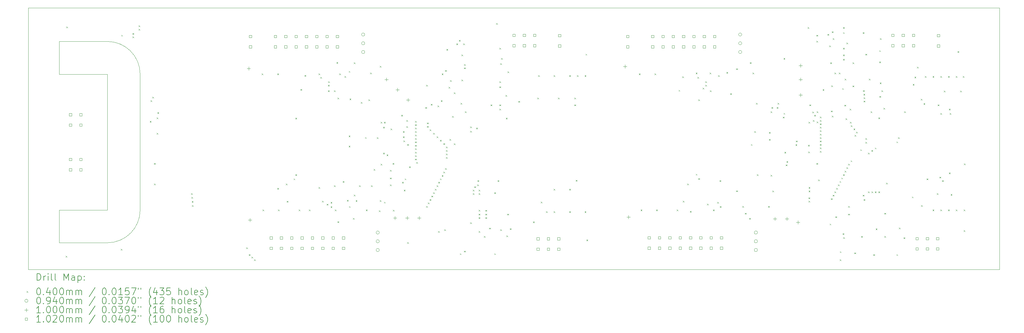
<source format=gbr>
%TF.GenerationSoftware,KiCad,Pcbnew,7.0.8*%
%TF.CreationDate,2024-01-12T20:03:46+01:00*%
%TF.ProjectId,BMS-Slave,424d532d-536c-4617-9665-2e6b69636164,rev?*%
%TF.SameCoordinates,Original*%
%TF.FileFunction,Drillmap*%
%TF.FilePolarity,Positive*%
%FSLAX45Y45*%
G04 Gerber Fmt 4.5, Leading zero omitted, Abs format (unit mm)*
G04 Created by KiCad (PCBNEW 7.0.8) date 2024-01-12 20:03:46*
%MOMM*%
%LPD*%
G01*
G04 APERTURE LIST*
%ADD10C,0.100000*%
%ADD11C,0.200000*%
%ADD12C,0.040000*%
%ADD13C,0.094000*%
%ADD14C,0.102000*%
G04 APERTURE END LIST*
D10*
X9100000Y-10772714D02*
X10500000Y-10772714D01*
X11450000Y-15672714D02*
X11450000Y-11822714D01*
X10500000Y-16622715D02*
G75*
G03*
X11450000Y-15672714I-1J950001D01*
G01*
X9100000Y-16622714D02*
X10500000Y-16622714D01*
X11450006Y-11722714D02*
G75*
G03*
X10500000Y-10772714I-950006J-6D01*
G01*
X11450000Y-11722714D02*
X11450000Y-11822714D01*
X10500000Y-11722714D02*
X9100000Y-11722714D01*
X9100000Y-15672714D02*
X9100000Y-16622714D01*
X8200000Y-9800000D02*
X36400000Y-9800000D01*
X36400000Y-17400000D01*
X8200000Y-17400000D01*
X8200000Y-9800000D01*
X10500000Y-11722714D02*
X10500000Y-15672714D01*
X9100000Y-11722714D02*
X9100000Y-10772714D01*
X9100000Y-15672714D02*
X10500000Y-15672714D01*
D11*
D12*
X9290000Y-17000000D02*
X9330000Y-17040000D01*
X9330000Y-17000000D02*
X9290000Y-17040000D01*
X9305000Y-10340000D02*
X9345000Y-10380000D01*
X9345000Y-10340000D02*
X9305000Y-10380000D01*
X10890000Y-16800000D02*
X10930000Y-16840000D01*
X10930000Y-16800000D02*
X10890000Y-16840000D01*
X10900000Y-10580000D02*
X10940000Y-10620000D01*
X10940000Y-10580000D02*
X10900000Y-10620000D01*
X11230000Y-10530000D02*
X11270000Y-10570000D01*
X11270000Y-10530000D02*
X11230000Y-10570000D01*
X11230000Y-10629950D02*
X11270000Y-10669950D01*
X11270000Y-10629950D02*
X11230000Y-10669950D01*
X11405000Y-10304950D02*
X11445000Y-10344950D01*
X11445000Y-10304950D02*
X11405000Y-10344950D01*
X11405000Y-10405000D02*
X11445000Y-10445000D01*
X11445000Y-10405000D02*
X11405000Y-10445000D01*
X11730000Y-13080000D02*
X11770000Y-13120000D01*
X11770000Y-13080000D02*
X11730000Y-13120000D01*
X11755000Y-12480000D02*
X11795000Y-12520000D01*
X11795000Y-12480000D02*
X11755000Y-12520000D01*
X11805000Y-12380000D02*
X11845000Y-12420000D01*
X11845000Y-12380000D02*
X11805000Y-12420000D01*
X11855000Y-14305000D02*
X11895000Y-14345000D01*
X11895000Y-14305000D02*
X11855000Y-14345000D01*
X11855000Y-14905050D02*
X11895000Y-14945050D01*
X11895000Y-14905050D02*
X11855000Y-14945050D01*
X11930000Y-12980000D02*
X11970000Y-13020000D01*
X11970000Y-12980000D02*
X11930000Y-13020000D01*
X11930000Y-13430000D02*
X11970000Y-13470000D01*
X11970000Y-13430000D02*
X11930000Y-13470000D01*
X11950000Y-12830000D02*
X11990000Y-12870000D01*
X11990000Y-12830000D02*
X11950000Y-12870000D01*
X12930000Y-15180000D02*
X12970000Y-15220000D01*
X12970000Y-15180000D02*
X12930000Y-15220000D01*
X12939502Y-15295498D02*
X12979502Y-15335498D01*
X12979502Y-15295498D02*
X12939502Y-15335498D01*
X12949005Y-15410995D02*
X12989005Y-15450995D01*
X12989005Y-15410995D02*
X12949005Y-15450995D01*
X12955000Y-15530000D02*
X12995000Y-15570000D01*
X12995000Y-15530000D02*
X12955000Y-15570000D01*
X14530000Y-16755000D02*
X14570000Y-16795000D01*
X14570000Y-16755000D02*
X14530000Y-16795000D01*
X14605000Y-16955000D02*
X14645000Y-16995000D01*
X14645000Y-16955000D02*
X14605000Y-16995000D01*
X14680000Y-17030000D02*
X14720000Y-17070000D01*
X14720000Y-17030000D02*
X14680000Y-17070000D01*
X14755000Y-17105000D02*
X14795000Y-17145000D01*
X14795000Y-17105000D02*
X14755000Y-17145000D01*
X14980000Y-11705000D02*
X15020000Y-11745000D01*
X15020000Y-11705000D02*
X14980000Y-11745000D01*
X15005000Y-15655000D02*
X15045000Y-15695000D01*
X15045000Y-15655000D02*
X15005000Y-15695000D01*
X15430000Y-11705000D02*
X15470000Y-11745000D01*
X15470000Y-11705000D02*
X15430000Y-11745000D01*
X15430000Y-15030000D02*
X15470000Y-15070000D01*
X15470000Y-15030000D02*
X15430000Y-15070000D01*
X15455000Y-15655000D02*
X15495000Y-15695000D01*
X15495000Y-15655000D02*
X15455000Y-15695000D01*
X15680000Y-14905000D02*
X15720000Y-14945000D01*
X15720000Y-14905000D02*
X15680000Y-14945000D01*
X15707043Y-15407043D02*
X15747043Y-15447043D01*
X15747043Y-15407043D02*
X15707043Y-15447043D01*
X15905000Y-14755000D02*
X15945000Y-14795000D01*
X15945000Y-14755000D02*
X15905000Y-14795000D01*
X15955000Y-12989500D02*
X15995000Y-13029500D01*
X15995000Y-12989500D02*
X15955000Y-13029500D01*
X15955000Y-14630000D02*
X15995000Y-14670000D01*
X15995000Y-14630000D02*
X15955000Y-14670000D01*
X16052500Y-15655000D02*
X16092500Y-15695000D01*
X16092500Y-15655000D02*
X16052500Y-15695000D01*
X16105000Y-12155000D02*
X16145000Y-12195000D01*
X16145000Y-12155000D02*
X16105000Y-12195000D01*
X16220711Y-11750000D02*
X16260711Y-11790000D01*
X16260711Y-11750000D02*
X16220711Y-11790000D01*
X16352002Y-15657998D02*
X16392002Y-15697998D01*
X16392002Y-15657998D02*
X16352002Y-15697998D01*
X16630000Y-11705000D02*
X16670000Y-11745000D01*
X16670000Y-11705000D02*
X16630000Y-11745000D01*
X16630000Y-15005000D02*
X16670000Y-15045000D01*
X16670000Y-15005000D02*
X16630000Y-15045000D01*
X16678075Y-11803075D02*
X16718075Y-11843075D01*
X16718075Y-11803075D02*
X16678075Y-11843075D01*
X16730000Y-15405000D02*
X16770000Y-15445000D01*
X16770000Y-15405000D02*
X16730000Y-15445000D01*
X16867500Y-15492500D02*
X16907500Y-15532500D01*
X16907500Y-15492500D02*
X16867500Y-15532500D01*
X16905000Y-12030000D02*
X16945000Y-12070000D01*
X16945000Y-12030000D02*
X16905000Y-12070000D01*
X16905000Y-12192500D02*
X16945000Y-12232500D01*
X16945000Y-12192500D02*
X16905000Y-12232500D01*
X16910995Y-11930000D02*
X16950995Y-11970000D01*
X16950995Y-11930000D02*
X16910995Y-11970000D01*
X16980000Y-15437450D02*
X17020000Y-15477450D01*
X17020000Y-15437450D02*
X16980000Y-15477450D01*
X16980000Y-15565000D02*
X17020000Y-15605000D01*
X17020000Y-15565000D02*
X16980000Y-15605000D01*
X17080000Y-12192550D02*
X17120000Y-12232550D01*
X17120000Y-12192550D02*
X17080000Y-12232550D01*
X17080000Y-14955000D02*
X17120000Y-14995000D01*
X17120000Y-14955000D02*
X17080000Y-14995000D01*
X17105000Y-15655000D02*
X17145000Y-15695000D01*
X17145000Y-15655000D02*
X17105000Y-15695000D01*
X17150000Y-11370000D02*
X17190000Y-11410000D01*
X17190000Y-11370000D02*
X17150000Y-11410000D01*
X17180000Y-12405000D02*
X17220000Y-12445000D01*
X17220000Y-12405000D02*
X17180000Y-12445000D01*
X17180000Y-15998916D02*
X17220000Y-16038916D01*
X17220000Y-15998916D02*
X17180000Y-16038916D01*
X17227002Y-11702002D02*
X17267002Y-11742002D01*
X17267002Y-11702002D02*
X17227002Y-11742002D01*
X17330000Y-14830000D02*
X17370000Y-14870000D01*
X17370000Y-14830000D02*
X17330000Y-14870000D01*
X17380000Y-11780000D02*
X17420000Y-11820000D01*
X17420000Y-11780000D02*
X17380000Y-11820000D01*
X17455000Y-15380000D02*
X17495000Y-15420000D01*
X17495000Y-15380000D02*
X17455000Y-15420000D01*
X17505000Y-11630000D02*
X17545000Y-11670000D01*
X17545000Y-11630000D02*
X17505000Y-11670000D01*
X17505000Y-13505000D02*
X17545000Y-13545000D01*
X17545000Y-13505000D02*
X17505000Y-13545000D01*
X17505000Y-13805000D02*
X17545000Y-13845000D01*
X17545000Y-13805000D02*
X17505000Y-13845000D01*
X17513960Y-15558960D02*
X17553960Y-15598960D01*
X17553960Y-15558960D02*
X17513960Y-15598960D01*
X17530000Y-12430000D02*
X17570000Y-12470000D01*
X17570000Y-12430000D02*
X17530000Y-12470000D01*
X17630000Y-15905000D02*
X17670000Y-15945000D01*
X17670000Y-15905000D02*
X17630000Y-15945000D01*
X17652002Y-15227002D02*
X17692002Y-15267002D01*
X17692002Y-15227002D02*
X17652002Y-15267002D01*
X17655000Y-11380000D02*
X17695000Y-11420000D01*
X17695000Y-11380000D02*
X17655000Y-11420000D01*
X17707998Y-15382998D02*
X17747998Y-15422998D01*
X17747998Y-15382998D02*
X17707998Y-15422998D01*
X17805000Y-14955000D02*
X17845000Y-14995000D01*
X17845000Y-14955000D02*
X17805000Y-14995000D01*
X17855000Y-12530000D02*
X17895000Y-12570000D01*
X17895000Y-12530000D02*
X17855000Y-12570000D01*
X17980000Y-13552500D02*
X18020000Y-13592500D01*
X18020000Y-13552500D02*
X17980000Y-13592500D01*
X18005000Y-15655000D02*
X18045000Y-15695000D01*
X18045000Y-15655000D02*
X18005000Y-15695000D01*
X18077500Y-12455000D02*
X18117500Y-12495000D01*
X18117500Y-12455000D02*
X18077500Y-12495000D01*
X18130000Y-11680000D02*
X18170000Y-11720000D01*
X18170000Y-11680000D02*
X18130000Y-11720000D01*
X18155000Y-14955000D02*
X18195000Y-14995000D01*
X18195000Y-14955000D02*
X18155000Y-14995000D01*
X18230000Y-14480000D02*
X18270000Y-14520000D01*
X18270000Y-14480000D02*
X18230000Y-14520000D01*
X18320000Y-13555000D02*
X18360000Y-13595000D01*
X18360000Y-13555000D02*
X18320000Y-13595000D01*
X18380000Y-15680000D02*
X18420000Y-15720000D01*
X18420000Y-15680000D02*
X18380000Y-15720000D01*
X18405000Y-11480000D02*
X18445000Y-11520000D01*
X18445000Y-11480000D02*
X18405000Y-11520000D01*
X18405000Y-15387450D02*
X18445000Y-15427450D01*
X18445000Y-15387450D02*
X18405000Y-15427450D01*
X18430000Y-13105000D02*
X18470000Y-13145000D01*
X18470000Y-13105000D02*
X18430000Y-13145000D01*
X18430000Y-14330000D02*
X18470000Y-14370000D01*
X18470000Y-14330000D02*
X18430000Y-14370000D01*
X18505000Y-13255000D02*
X18545000Y-13295000D01*
X18545000Y-13255000D02*
X18505000Y-13295000D01*
X18505000Y-14005000D02*
X18545000Y-14045000D01*
X18545000Y-14005000D02*
X18505000Y-14045000D01*
X18529950Y-13105000D02*
X18569950Y-13145000D01*
X18569950Y-13105000D02*
X18529950Y-13145000D01*
X18530000Y-15432450D02*
X18570000Y-15472450D01*
X18570000Y-15432450D02*
X18530000Y-15472450D01*
X18605000Y-14055000D02*
X18645000Y-14095000D01*
X18645000Y-14055000D02*
X18605000Y-14095000D01*
X18705000Y-14505000D02*
X18745000Y-14545000D01*
X18745000Y-14505000D02*
X18705000Y-14545000D01*
X18705000Y-14730000D02*
X18745000Y-14770000D01*
X18745000Y-14730000D02*
X18705000Y-14770000D01*
X18705000Y-14930000D02*
X18745000Y-14970000D01*
X18745000Y-14930000D02*
X18705000Y-14970000D01*
X18717674Y-13305050D02*
X18757674Y-13345050D01*
X18757674Y-13305050D02*
X18717674Y-13345050D01*
X18780000Y-14305000D02*
X18820000Y-14345000D01*
X18820000Y-14305000D02*
X18780000Y-14345000D01*
X18790499Y-15665499D02*
X18830499Y-15705499D01*
X18830499Y-15665499D02*
X18790499Y-15705499D01*
X19030000Y-12905000D02*
X19070000Y-12945000D01*
X19070000Y-12905000D02*
X19030000Y-12945000D01*
X19055000Y-14855000D02*
X19095000Y-14895000D01*
X19095000Y-14855000D02*
X19055000Y-14895000D01*
X19080000Y-13380000D02*
X19120000Y-13420000D01*
X19120000Y-13380000D02*
X19080000Y-13420000D01*
X19080000Y-13530000D02*
X19120000Y-13570000D01*
X19120000Y-13530000D02*
X19080000Y-13570000D01*
X19094019Y-13648969D02*
X19134019Y-13688969D01*
X19134019Y-13648969D02*
X19094019Y-13688969D01*
X19105000Y-15080000D02*
X19145000Y-15120000D01*
X19145000Y-15080000D02*
X19105000Y-15120000D01*
X19130000Y-14755000D02*
X19170000Y-14795000D01*
X19170000Y-14755000D02*
X19130000Y-14795000D01*
X19177002Y-13232998D02*
X19217002Y-13272998D01*
X19217002Y-13232998D02*
X19177002Y-13272998D01*
X19180000Y-13055000D02*
X19220000Y-13095000D01*
X19220000Y-13055000D02*
X19180000Y-13095000D01*
X19200050Y-13755000D02*
X19240050Y-13795000D01*
X19240050Y-13755000D02*
X19200050Y-13795000D01*
X19205000Y-16605000D02*
X19245000Y-16645000D01*
X19245000Y-16605000D02*
X19205000Y-16645000D01*
X19258248Y-14405050D02*
X19298248Y-14445050D01*
X19298248Y-14405050D02*
X19258248Y-14445050D01*
X19430000Y-13080000D02*
X19470000Y-13120000D01*
X19470000Y-13080000D02*
X19430000Y-13120000D01*
X19430000Y-13180000D02*
X19470000Y-13220000D01*
X19470000Y-13180000D02*
X19430000Y-13220000D01*
X19430000Y-13280000D02*
X19470000Y-13320000D01*
X19470000Y-13280000D02*
X19430000Y-13320000D01*
X19430000Y-13380000D02*
X19470000Y-13420000D01*
X19470000Y-13380000D02*
X19430000Y-13420000D01*
X19430000Y-13480000D02*
X19470000Y-13520000D01*
X19470000Y-13480000D02*
X19430000Y-13520000D01*
X19430000Y-13580000D02*
X19470000Y-13620000D01*
X19470000Y-13580000D02*
X19430000Y-13620000D01*
X19430000Y-13680000D02*
X19470000Y-13720000D01*
X19470000Y-13680000D02*
X19430000Y-13720000D01*
X19430000Y-13780000D02*
X19470000Y-13820000D01*
X19470000Y-13780000D02*
X19430000Y-13820000D01*
X19430000Y-13880000D02*
X19470000Y-13920000D01*
X19470000Y-13880000D02*
X19430000Y-13920000D01*
X19430000Y-13980000D02*
X19470000Y-14020000D01*
X19470000Y-13980000D02*
X19430000Y-14020000D01*
X19430000Y-14080000D02*
X19470000Y-14120000D01*
X19470000Y-14080000D02*
X19430000Y-14120000D01*
X19430000Y-14180000D02*
X19470000Y-14220000D01*
X19470000Y-14180000D02*
X19430000Y-14220000D01*
X19462855Y-14274396D02*
X19502855Y-14314396D01*
X19502855Y-14274396D02*
X19462855Y-14314396D01*
X19730000Y-12680000D02*
X19770000Y-12720000D01*
X19770000Y-12680000D02*
X19730000Y-12720000D01*
X19755000Y-12030000D02*
X19795000Y-12070000D01*
X19795000Y-12030000D02*
X19755000Y-12070000D01*
X19755000Y-15555000D02*
X19795000Y-15595000D01*
X19795000Y-15555000D02*
X19755000Y-15595000D01*
X19780000Y-13130000D02*
X19820000Y-13170000D01*
X19820000Y-13130000D02*
X19780000Y-13170000D01*
X19780000Y-13230000D02*
X19820000Y-13270000D01*
X19820000Y-13230000D02*
X19780000Y-13270000D01*
X19805000Y-15455000D02*
X19845000Y-15495000D01*
X19845000Y-15455000D02*
X19805000Y-15495000D01*
X19855000Y-13330000D02*
X19895000Y-13370000D01*
X19895000Y-13330000D02*
X19855000Y-13370000D01*
X19855000Y-15355000D02*
X19895000Y-15395000D01*
X19895000Y-15355000D02*
X19855000Y-15395000D01*
X19887525Y-12587525D02*
X19927525Y-12627525D01*
X19927525Y-12587525D02*
X19887525Y-12627525D01*
X19905000Y-15255000D02*
X19945000Y-15295000D01*
X19945000Y-15255000D02*
X19905000Y-15295000D01*
X19955000Y-13430000D02*
X19995000Y-13470000D01*
X19995000Y-13430000D02*
X19955000Y-13470000D01*
X19955000Y-15155000D02*
X19995000Y-15195000D01*
X19995000Y-15155000D02*
X19955000Y-15195000D01*
X20005000Y-15055000D02*
X20045000Y-15095000D01*
X20045000Y-15055000D02*
X20005000Y-15095000D01*
X20055000Y-13530000D02*
X20095000Y-13570000D01*
X20095000Y-13530000D02*
X20055000Y-13570000D01*
X20055000Y-14955000D02*
X20095000Y-14995000D01*
X20095000Y-14955000D02*
X20055000Y-14995000D01*
X20082998Y-12632998D02*
X20122998Y-12672998D01*
X20122998Y-12632998D02*
X20082998Y-12672998D01*
X20097550Y-16280000D02*
X20137550Y-16320000D01*
X20137550Y-16280000D02*
X20097550Y-16320000D01*
X20105000Y-14855000D02*
X20145000Y-14895000D01*
X20145000Y-14855000D02*
X20105000Y-14895000D01*
X20155000Y-13630000D02*
X20195000Y-13670000D01*
X20195000Y-13630000D02*
X20155000Y-13670000D01*
X20155000Y-14755000D02*
X20195000Y-14795000D01*
X20195000Y-14755000D02*
X20155000Y-14795000D01*
X20180000Y-12480000D02*
X20220000Y-12520000D01*
X20220000Y-12480000D02*
X20180000Y-12520000D01*
X20205000Y-11705000D02*
X20245000Y-11745000D01*
X20245000Y-11705000D02*
X20205000Y-11745000D01*
X20205000Y-14655000D02*
X20245000Y-14695000D01*
X20245000Y-14655000D02*
X20205000Y-14695000D01*
X20255000Y-13730000D02*
X20295000Y-13770000D01*
X20295000Y-13730000D02*
X20255000Y-13770000D01*
X20255000Y-14555000D02*
X20295000Y-14595000D01*
X20295000Y-14555000D02*
X20255000Y-14595000D01*
X20280000Y-16230000D02*
X20320000Y-16270000D01*
X20320000Y-16230000D02*
X20280000Y-16270000D01*
X20305000Y-11605000D02*
X20345000Y-11645000D01*
X20345000Y-11605000D02*
X20305000Y-11645000D01*
X20305000Y-14455000D02*
X20345000Y-14495000D01*
X20345000Y-14455000D02*
X20305000Y-14495000D01*
X20330000Y-13830000D02*
X20370000Y-13870000D01*
X20370000Y-13830000D02*
X20330000Y-13870000D01*
X20330000Y-13930000D02*
X20370000Y-13970000D01*
X20370000Y-13930000D02*
X20330000Y-13970000D01*
X20330000Y-14030000D02*
X20370000Y-14070000D01*
X20370000Y-14030000D02*
X20330000Y-14070000D01*
X20330000Y-14130000D02*
X20370000Y-14170000D01*
X20370000Y-14130000D02*
X20330000Y-14170000D01*
X20342500Y-10992500D02*
X20382500Y-11032500D01*
X20382500Y-10992500D02*
X20342500Y-11032500D01*
X20405000Y-12092500D02*
X20445000Y-12132500D01*
X20445000Y-12092500D02*
X20405000Y-12132500D01*
X20430000Y-13605000D02*
X20470000Y-13645000D01*
X20470000Y-13605000D02*
X20430000Y-13645000D01*
X20445498Y-11895498D02*
X20485498Y-11935498D01*
X20485498Y-11895498D02*
X20445498Y-11935498D01*
X20505000Y-12941500D02*
X20545000Y-12981500D01*
X20545000Y-12941500D02*
X20505000Y-12981500D01*
X20555000Y-12255000D02*
X20595000Y-12295000D01*
X20595000Y-12255000D02*
X20555000Y-12295000D01*
X20557998Y-13732998D02*
X20597998Y-13772998D01*
X20597998Y-13732998D02*
X20557998Y-13772998D01*
X20630000Y-10830000D02*
X20670000Y-10870000D01*
X20670000Y-10830000D02*
X20630000Y-10870000D01*
X20705000Y-10730000D02*
X20745000Y-10770000D01*
X20745000Y-10730000D02*
X20705000Y-10770000D01*
X20730000Y-16930000D02*
X20770000Y-16970000D01*
X20770000Y-16930000D02*
X20730000Y-16970000D01*
X20755000Y-12555000D02*
X20795000Y-12595000D01*
X20795000Y-12555000D02*
X20755000Y-12595000D01*
X20777002Y-11155000D02*
X20817002Y-11195000D01*
X20817002Y-11155000D02*
X20777002Y-11195000D01*
X20780000Y-11880000D02*
X20820000Y-11920000D01*
X20820000Y-11880000D02*
X20780000Y-11920000D01*
X20830000Y-10830000D02*
X20870000Y-10870000D01*
X20870000Y-10830000D02*
X20830000Y-10870000D01*
X20855000Y-11430000D02*
X20895000Y-11470000D01*
X20895000Y-11430000D02*
X20855000Y-11470000D01*
X20855000Y-11530000D02*
X20895000Y-11570000D01*
X20895000Y-11530000D02*
X20855000Y-11570000D01*
X20855000Y-16855000D02*
X20895000Y-16895000D01*
X20895000Y-16855000D02*
X20855000Y-16895000D01*
X20880000Y-12805000D02*
X20920000Y-12845000D01*
X20920000Y-12805000D02*
X20880000Y-12845000D01*
X21030000Y-13241500D02*
X21070000Y-13281500D01*
X21070000Y-13241500D02*
X21030000Y-13281500D01*
X21030000Y-13368500D02*
X21070000Y-13408500D01*
X21070000Y-13368500D02*
X21030000Y-13408500D01*
X21030000Y-16030000D02*
X21070000Y-16070000D01*
X21070000Y-16030000D02*
X21030000Y-16070000D01*
X21105050Y-15080000D02*
X21145050Y-15120000D01*
X21145050Y-15080000D02*
X21105050Y-15120000D01*
X21105050Y-15179950D02*
X21145050Y-15219950D01*
X21145050Y-15179950D02*
X21105050Y-15219950D01*
X21150180Y-14983140D02*
X21190180Y-15023140D01*
X21190180Y-14983140D02*
X21150180Y-15023140D01*
X21205000Y-13280000D02*
X21245000Y-13320000D01*
X21245000Y-13280000D02*
X21205000Y-13320000D01*
X21233932Y-14928590D02*
X21273932Y-14968590D01*
X21273932Y-14928590D02*
X21233932Y-14968590D01*
X21242500Y-14805000D02*
X21282500Y-14845000D01*
X21282500Y-14805000D02*
X21242500Y-14845000D01*
X21274099Y-15179906D02*
X21314099Y-15219906D01*
X21314099Y-15179906D02*
X21274099Y-15219906D01*
X21280000Y-15080000D02*
X21320000Y-15120000D01*
X21320000Y-15080000D02*
X21280000Y-15120000D01*
X21280000Y-15780000D02*
X21320000Y-15820000D01*
X21320000Y-15780000D02*
X21280000Y-15820000D01*
X21280000Y-15880000D02*
X21320000Y-15920000D01*
X21320000Y-15880000D02*
X21280000Y-15920000D01*
X21280000Y-16280000D02*
X21320000Y-16320000D01*
X21320000Y-16280000D02*
X21280000Y-16320000D01*
X21280050Y-15667627D02*
X21320050Y-15707627D01*
X21320050Y-15667627D02*
X21280050Y-15707627D01*
X21430000Y-16430000D02*
X21470000Y-16470000D01*
X21470000Y-16430000D02*
X21430000Y-16470000D01*
X21470000Y-15669950D02*
X21510000Y-15709950D01*
X21510000Y-15669950D02*
X21470000Y-15709950D01*
X21470000Y-15780000D02*
X21510000Y-15820000D01*
X21510000Y-15780000D02*
X21470000Y-15820000D01*
X21470000Y-15879950D02*
X21510000Y-15919950D01*
X21510000Y-15879950D02*
X21470000Y-15919950D01*
X21580000Y-16186530D02*
X21620000Y-16226530D01*
X21620000Y-16186530D02*
X21580000Y-16226530D01*
X21621300Y-12605000D02*
X21661300Y-12645000D01*
X21661300Y-12605000D02*
X21621300Y-12645000D01*
X21730000Y-15155000D02*
X21770000Y-15195000D01*
X21770000Y-15155000D02*
X21730000Y-15195000D01*
X21730000Y-16929950D02*
X21770000Y-16969950D01*
X21770000Y-16929950D02*
X21730000Y-16969950D01*
X21785575Y-10235575D02*
X21825575Y-10275575D01*
X21825575Y-10235575D02*
X21785575Y-10275575D01*
X21830000Y-14805000D02*
X21870000Y-14845000D01*
X21870000Y-14805000D02*
X21830000Y-14845000D01*
X21880000Y-10960000D02*
X21920000Y-11000000D01*
X21920000Y-10960000D02*
X21880000Y-11000000D01*
X21880000Y-11930000D02*
X21920000Y-11970000D01*
X21920000Y-11930000D02*
X21880000Y-11970000D01*
X21880000Y-12080000D02*
X21920000Y-12120000D01*
X21920000Y-12080000D02*
X21880000Y-12120000D01*
X21880000Y-12605000D02*
X21920000Y-12645000D01*
X21920000Y-12605000D02*
X21880000Y-12645000D01*
X21880000Y-12730000D02*
X21920000Y-12770000D01*
X21920000Y-12730000D02*
X21880000Y-12770000D01*
X21905000Y-11405000D02*
X21945000Y-11445000D01*
X21945000Y-11405000D02*
X21905000Y-11445000D01*
X21905000Y-16230000D02*
X21945000Y-16270000D01*
X21945000Y-16230000D02*
X21905000Y-16270000D01*
X21930000Y-11255000D02*
X21970000Y-11295000D01*
X21970000Y-11255000D02*
X21930000Y-11295000D01*
X22053685Y-12328685D02*
X22093685Y-12368685D01*
X22093685Y-12328685D02*
X22053685Y-12368685D01*
X22067500Y-12992500D02*
X22107500Y-13032500D01*
X22107500Y-12992500D02*
X22067500Y-13032500D01*
X22082998Y-16407998D02*
X22122998Y-16447998D01*
X22122998Y-16407998D02*
X22082998Y-16447998D01*
X22105000Y-15780000D02*
X22145000Y-15820000D01*
X22145000Y-15780000D02*
X22105000Y-15820000D01*
X22117500Y-11642500D02*
X22157500Y-11682500D01*
X22157500Y-11642500D02*
X22117500Y-11682500D01*
X22182998Y-16202002D02*
X22222998Y-16242002D01*
X22222998Y-16202002D02*
X22182998Y-16242002D01*
X22430000Y-12502500D02*
X22470000Y-12542500D01*
X22470000Y-12502500D02*
X22430000Y-12542500D01*
X22855000Y-16005000D02*
X22895000Y-16045000D01*
X22895000Y-16005000D02*
X22855000Y-16045000D01*
X22980000Y-12405000D02*
X23020000Y-12445000D01*
X23020000Y-12405000D02*
X22980000Y-12445000D01*
X23005000Y-11755000D02*
X23045000Y-11795000D01*
X23045000Y-11755000D02*
X23005000Y-11795000D01*
X23080000Y-15430000D02*
X23120000Y-15470000D01*
X23120000Y-15430000D02*
X23080000Y-15470000D01*
X23230000Y-15705000D02*
X23270000Y-15745000D01*
X23270000Y-15705000D02*
X23230000Y-15745000D01*
X23455000Y-11755000D02*
X23495000Y-11795000D01*
X23495000Y-11755000D02*
X23455000Y-11795000D01*
X23455000Y-15055000D02*
X23495000Y-15095000D01*
X23495000Y-15055000D02*
X23455000Y-15095000D01*
X23455000Y-15705000D02*
X23495000Y-15745000D01*
X23495000Y-15705000D02*
X23455000Y-15745000D01*
X23580000Y-12405000D02*
X23620000Y-12445000D01*
X23620000Y-12405000D02*
X23580000Y-12445000D01*
X23905000Y-11755000D02*
X23945000Y-11795000D01*
X23945000Y-11755000D02*
X23905000Y-11795000D01*
X23905000Y-15055000D02*
X23945000Y-15095000D01*
X23945000Y-15055000D02*
X23905000Y-15095000D01*
X23905000Y-15705000D02*
X23945000Y-15745000D01*
X23945000Y-15705000D02*
X23905000Y-15745000D01*
X24055000Y-12405000D02*
X24095000Y-12445000D01*
X24095000Y-12405000D02*
X24055000Y-12445000D01*
X24055000Y-12605000D02*
X24095000Y-12645000D01*
X24095000Y-12605000D02*
X24055000Y-12645000D01*
X24097748Y-14796753D02*
X24137748Y-14836753D01*
X24137748Y-14796753D02*
X24097748Y-14836753D01*
X24130000Y-11755000D02*
X24170000Y-11795000D01*
X24170000Y-11755000D02*
X24130000Y-11795000D01*
X24355000Y-11755000D02*
X24395000Y-11795000D01*
X24395000Y-11755000D02*
X24355000Y-11795000D01*
X24355000Y-15705000D02*
X24395000Y-15745000D01*
X24395000Y-15705000D02*
X24355000Y-15745000D01*
X24380000Y-11130000D02*
X24420000Y-11170000D01*
X24420000Y-11130000D02*
X24380000Y-11170000D01*
X24405000Y-16530000D02*
X24445000Y-16570000D01*
X24445000Y-16530000D02*
X24405000Y-16570000D01*
X25930000Y-11705000D02*
X25970000Y-11745000D01*
X25970000Y-11705000D02*
X25930000Y-11745000D01*
X25980000Y-15655000D02*
X26020000Y-15695000D01*
X26020000Y-15655000D02*
X25980000Y-15695000D01*
X26380000Y-11705000D02*
X26420000Y-11745000D01*
X26420000Y-11705000D02*
X26380000Y-11745000D01*
X26430000Y-15655000D02*
X26470000Y-15695000D01*
X26470000Y-15655000D02*
X26430000Y-15695000D01*
X27027500Y-15655000D02*
X27067500Y-15695000D01*
X27067500Y-15655000D02*
X27027500Y-15695000D01*
X27080000Y-12180000D02*
X27120000Y-12220000D01*
X27120000Y-12180000D02*
X27080000Y-12220000D01*
X27185050Y-11790000D02*
X27225050Y-11830000D01*
X27225050Y-11790000D02*
X27185050Y-11830000D01*
X27202550Y-15405000D02*
X27242550Y-15445000D01*
X27242550Y-15405000D02*
X27202550Y-15445000D01*
X27330000Y-14905000D02*
X27370000Y-14945000D01*
X27370000Y-14905000D02*
X27330000Y-14945000D01*
X27411225Y-15699410D02*
X27451225Y-15739410D01*
X27451225Y-15699410D02*
X27411225Y-15739410D01*
X27580000Y-11680000D02*
X27620000Y-11720000D01*
X27620000Y-11680000D02*
X27580000Y-11720000D01*
X27580000Y-14618500D02*
X27620000Y-14658500D01*
X27620000Y-14618500D02*
X27580000Y-14658500D01*
X27627002Y-11802002D02*
X27667002Y-11842002D01*
X27667002Y-11802002D02*
X27627002Y-11842002D01*
X27655000Y-12455000D02*
X27695000Y-12495000D01*
X27695000Y-12455000D02*
X27655000Y-12495000D01*
X27655000Y-14745500D02*
X27695000Y-14785500D01*
X27695000Y-14745500D02*
X27655000Y-14785500D01*
X27780000Y-12120050D02*
X27820000Y-12160050D01*
X27820000Y-12120050D02*
X27780000Y-12160050D01*
X27855000Y-11930000D02*
X27895000Y-11970000D01*
X27895000Y-11930000D02*
X27855000Y-11970000D01*
X27855000Y-12029950D02*
X27895000Y-12069950D01*
X27895000Y-12029950D02*
X27855000Y-12069950D01*
X27905000Y-15490000D02*
X27945000Y-15530000D01*
X27945000Y-15490000D02*
X27905000Y-15530000D01*
X27980000Y-11680000D02*
X28020000Y-11720000D01*
X28020000Y-11680000D02*
X27980000Y-11720000D01*
X27990000Y-12195000D02*
X28030000Y-12235000D01*
X28030000Y-12195000D02*
X27990000Y-12235000D01*
X28080000Y-15655000D02*
X28120000Y-15695000D01*
X28120000Y-15655000D02*
X28080000Y-15695000D01*
X28205000Y-15434950D02*
X28245000Y-15474950D01*
X28245000Y-15434950D02*
X28205000Y-15474950D01*
X28230000Y-11754950D02*
X28270000Y-11794950D01*
X28270000Y-11754950D02*
X28230000Y-11794950D01*
X28272500Y-14805000D02*
X28312500Y-14845000D01*
X28312500Y-14805000D02*
X28272500Y-14845000D01*
X28277002Y-15557998D02*
X28317002Y-15597998D01*
X28317002Y-15557998D02*
X28277002Y-15597998D01*
X28470000Y-11660000D02*
X28510000Y-11700000D01*
X28510000Y-11660000D02*
X28470000Y-11700000D01*
X28580000Y-12280000D02*
X28620000Y-12320000D01*
X28620000Y-12280000D02*
X28580000Y-12320000D01*
X28755000Y-11555000D02*
X28795000Y-11595000D01*
X28795000Y-11555000D02*
X28755000Y-11595000D01*
X28755000Y-15102500D02*
X28795000Y-15142500D01*
X28795000Y-15102500D02*
X28755000Y-15142500D01*
X28930000Y-15555000D02*
X28970000Y-15595000D01*
X28970000Y-15555000D02*
X28930000Y-15595000D01*
X29005000Y-15755000D02*
X29045000Y-15795000D01*
X29045000Y-15755000D02*
X29005000Y-15795000D01*
X29130000Y-15905000D02*
X29170000Y-15945000D01*
X29170000Y-15905000D02*
X29130000Y-15945000D01*
X29151875Y-11376875D02*
X29191875Y-11416875D01*
X29191875Y-11376875D02*
X29151875Y-11416875D01*
X29180000Y-13755000D02*
X29220000Y-13795000D01*
X29220000Y-13755000D02*
X29180000Y-13795000D01*
X29230000Y-11680000D02*
X29270000Y-11720000D01*
X29270000Y-11680000D02*
X29230000Y-11720000D01*
X29280000Y-13380000D02*
X29320000Y-13420000D01*
X29320000Y-13380000D02*
X29280000Y-13420000D01*
X29330000Y-12555000D02*
X29370000Y-12595000D01*
X29370000Y-12555000D02*
X29330000Y-12595000D01*
X29355000Y-14630000D02*
X29395000Y-14670000D01*
X29395000Y-14630000D02*
X29355000Y-14670000D01*
X29680000Y-15555000D02*
X29720000Y-15595000D01*
X29720000Y-15555000D02*
X29680000Y-15595000D01*
X29705000Y-13405000D02*
X29745000Y-13445000D01*
X29745000Y-13405000D02*
X29705000Y-13445000D01*
X29705000Y-13605000D02*
X29745000Y-13645000D01*
X29745000Y-13605000D02*
X29705000Y-13645000D01*
X29752450Y-14649716D02*
X29792450Y-14689716D01*
X29792450Y-14649716D02*
X29752450Y-14689716D01*
X29755000Y-12805000D02*
X29795000Y-12845000D01*
X29795000Y-12805000D02*
X29755000Y-12845000D01*
X29780050Y-12680000D02*
X29820050Y-12720000D01*
X29820050Y-12680000D02*
X29780050Y-12720000D01*
X29805000Y-15105000D02*
X29845000Y-15145000D01*
X29845000Y-15105000D02*
X29805000Y-15145000D01*
X29930000Y-12680000D02*
X29970000Y-12720000D01*
X29970000Y-12680000D02*
X29930000Y-12720000D01*
X29955000Y-12555000D02*
X29995000Y-12595000D01*
X29995000Y-12555000D02*
X29955000Y-12595000D01*
X30110000Y-12960000D02*
X30150000Y-13000000D01*
X30150000Y-12960000D02*
X30110000Y-13000000D01*
X30130000Y-11255000D02*
X30170000Y-11295000D01*
X30170000Y-11255000D02*
X30130000Y-11295000D01*
X30130000Y-12850000D02*
X30170000Y-12890000D01*
X30170000Y-12850000D02*
X30130000Y-12890000D01*
X30155000Y-13980000D02*
X30195000Y-14020000D01*
X30195000Y-13980000D02*
X30155000Y-14020000D01*
X30193685Y-14347550D02*
X30233685Y-14387550D01*
X30233685Y-14347550D02*
X30193685Y-14387550D01*
X30214262Y-14249741D02*
X30254262Y-14289741D01*
X30254262Y-14249741D02*
X30214262Y-14289741D01*
X30475454Y-13760000D02*
X30515454Y-13800000D01*
X30515454Y-13760000D02*
X30475454Y-13800000D01*
X30488957Y-13653503D02*
X30528957Y-13693503D01*
X30528957Y-13653503D02*
X30488957Y-13693503D01*
X30830000Y-10355000D02*
X30870000Y-10395000D01*
X30870000Y-10355000D02*
X30830000Y-10395000D01*
X30840000Y-13779580D02*
X30880000Y-13819580D01*
X30880000Y-13779580D02*
X30840000Y-13819580D01*
X30846917Y-13970005D02*
X30886917Y-14010005D01*
X30886917Y-13970005D02*
X30846917Y-14010005D01*
X30855000Y-13105000D02*
X30895000Y-13145000D01*
X30895000Y-13105000D02*
X30855000Y-13145000D01*
X30855000Y-15305000D02*
X30895000Y-15345000D01*
X30895000Y-15305000D02*
X30855000Y-15345000D01*
X30855000Y-15404950D02*
X30895000Y-15444950D01*
X30895000Y-15404950D02*
X30855000Y-15444950D01*
X30856230Y-15006230D02*
X30896230Y-15046230D01*
X30896230Y-15006230D02*
X30856230Y-15046230D01*
X30857425Y-15106173D02*
X30897425Y-15146173D01*
X30897425Y-15106173D02*
X30857425Y-15146173D01*
X30880000Y-12605000D02*
X30920000Y-12645000D01*
X30920000Y-12605000D02*
X30880000Y-12645000D01*
X30962287Y-12812287D02*
X31002287Y-12852287D01*
X31002287Y-12812287D02*
X30962287Y-12852287D01*
X30980000Y-13054950D02*
X31020000Y-13094950D01*
X31020000Y-13054950D02*
X30980000Y-13094950D01*
X31016980Y-12905000D02*
X31056980Y-12945000D01*
X31056980Y-12905000D02*
X31016980Y-12945000D01*
X31080000Y-10580000D02*
X31120000Y-10620000D01*
X31120000Y-10580000D02*
X31080000Y-10620000D01*
X31080000Y-10755000D02*
X31120000Y-10795000D01*
X31120000Y-10755000D02*
X31080000Y-10795000D01*
X31080050Y-14305000D02*
X31120050Y-14345000D01*
X31120050Y-14305000D02*
X31080050Y-14345000D01*
X31091884Y-13102177D02*
X31131884Y-13142177D01*
X31131884Y-13102177D02*
X31091884Y-13142177D01*
X31091930Y-12805000D02*
X31131930Y-12845000D01*
X31131930Y-12805000D02*
X31091930Y-12845000D01*
X31134950Y-14787347D02*
X31174950Y-14827347D01*
X31174950Y-14787347D02*
X31134950Y-14827347D01*
X31180000Y-12955000D02*
X31220000Y-12995000D01*
X31220000Y-12955000D02*
X31180000Y-12995000D01*
X31180000Y-13055000D02*
X31220000Y-13095000D01*
X31220000Y-13055000D02*
X31180000Y-13095000D01*
X31180000Y-13155000D02*
X31220000Y-13195000D01*
X31220000Y-13155000D02*
X31180000Y-13195000D01*
X31180000Y-13255000D02*
X31220000Y-13295000D01*
X31220000Y-13255000D02*
X31180000Y-13295000D01*
X31180000Y-13355000D02*
X31220000Y-13395000D01*
X31220000Y-13355000D02*
X31180000Y-13395000D01*
X31180000Y-13454950D02*
X31220000Y-13494950D01*
X31220000Y-13454950D02*
X31180000Y-13494950D01*
X31180000Y-13555000D02*
X31220000Y-13595000D01*
X31220000Y-13555000D02*
X31180000Y-13595000D01*
X31180000Y-13655000D02*
X31220000Y-13695000D01*
X31220000Y-13655000D02*
X31180000Y-13695000D01*
X31180000Y-13755000D02*
X31220000Y-13795000D01*
X31220000Y-13755000D02*
X31180000Y-13795000D01*
X31180000Y-13855000D02*
X31220000Y-13895000D01*
X31220000Y-13855000D02*
X31180000Y-13895000D01*
X31180000Y-13954950D02*
X31220000Y-13994950D01*
X31220000Y-13954950D02*
X31180000Y-13994950D01*
X31262450Y-12160000D02*
X31302450Y-12200000D01*
X31302450Y-12160000D02*
X31262450Y-12200000D01*
X31405000Y-10555000D02*
X31445000Y-10595000D01*
X31445000Y-10555000D02*
X31405000Y-10595000D01*
X31455000Y-10889950D02*
X31495000Y-10929950D01*
X31495000Y-10889950D02*
X31455000Y-10929950D01*
X31467500Y-16067500D02*
X31507500Y-16107500D01*
X31507500Y-16067500D02*
X31467500Y-16107500D01*
X31482998Y-11380000D02*
X31522998Y-11420000D01*
X31522998Y-11380000D02*
X31482998Y-11420000D01*
X31505000Y-12782450D02*
X31545000Y-12822450D01*
X31545000Y-12782450D02*
X31505000Y-12822450D01*
X31505000Y-15330000D02*
X31545000Y-15370000D01*
X31545000Y-15330000D02*
X31505000Y-15370000D01*
X31512550Y-12048881D02*
X31552550Y-12088881D01*
X31552550Y-12048881D02*
X31512550Y-12088881D01*
X31530000Y-10480000D02*
X31570000Y-10520000D01*
X31570000Y-10480000D02*
X31530000Y-10520000D01*
X31530000Y-12930000D02*
X31570000Y-12970000D01*
X31570000Y-12930000D02*
X31530000Y-12970000D01*
X31555000Y-10680000D02*
X31595000Y-10720000D01*
X31595000Y-10680000D02*
X31555000Y-10720000D01*
X31555000Y-15230000D02*
X31595000Y-15270000D01*
X31595000Y-15230000D02*
X31555000Y-15270000D01*
X31605000Y-11680000D02*
X31645000Y-11720000D01*
X31645000Y-11680000D02*
X31605000Y-11720000D01*
X31605000Y-15130000D02*
X31645000Y-15170000D01*
X31645000Y-15130000D02*
X31605000Y-15170000D01*
X31630000Y-15855000D02*
X31670000Y-15895000D01*
X31670000Y-15855000D02*
X31630000Y-15895000D01*
X31655000Y-15030000D02*
X31695000Y-15070000D01*
X31695000Y-15030000D02*
X31655000Y-15070000D01*
X31705000Y-14930000D02*
X31745000Y-14970000D01*
X31745000Y-14930000D02*
X31705000Y-14970000D01*
X31732000Y-11680000D02*
X31772000Y-11720000D01*
X31772000Y-11680000D02*
X31732000Y-11720000D01*
X31755000Y-14830000D02*
X31795000Y-14870000D01*
X31795000Y-14830000D02*
X31755000Y-14870000D01*
X31757550Y-17105000D02*
X31797550Y-17145000D01*
X31797550Y-17105000D02*
X31757550Y-17145000D01*
X31763750Y-16871250D02*
X31803750Y-16911250D01*
X31803750Y-16871250D02*
X31763750Y-16911250D01*
X31805000Y-14730000D02*
X31845000Y-14770000D01*
X31845000Y-14730000D02*
X31805000Y-14770000D01*
X31830000Y-12130050D02*
X31870000Y-12170050D01*
X31870000Y-12130050D02*
X31830000Y-12170050D01*
X31845498Y-16345498D02*
X31885498Y-16385498D01*
X31885498Y-16345498D02*
X31845498Y-16385498D01*
X31855000Y-10355000D02*
X31895000Y-10395000D01*
X31895000Y-10355000D02*
X31855000Y-10395000D01*
X31855000Y-10505000D02*
X31895000Y-10545000D01*
X31895000Y-10505000D02*
X31855000Y-10545000D01*
X31855000Y-10955000D02*
X31895000Y-10995000D01*
X31895000Y-10955000D02*
X31855000Y-10995000D01*
X31855000Y-11155000D02*
X31895000Y-11195000D01*
X31895000Y-11155000D02*
X31855000Y-11195000D01*
X31855000Y-11280000D02*
X31895000Y-11320000D01*
X31895000Y-11280000D02*
X31855000Y-11320000D01*
X31855000Y-14630000D02*
X31895000Y-14670000D01*
X31895000Y-14630000D02*
X31855000Y-14670000D01*
X31857998Y-16457998D02*
X31897998Y-16497998D01*
X31897998Y-16457998D02*
X31857998Y-16497998D01*
X31892261Y-12611776D02*
X31932261Y-12651776D01*
X31932261Y-12611776D02*
X31892261Y-12651776D01*
X31905000Y-11855000D02*
X31945000Y-11895000D01*
X31945000Y-11855000D02*
X31905000Y-11895000D01*
X31905000Y-14530000D02*
X31945000Y-14570000D01*
X31945000Y-14530000D02*
X31905000Y-14570000D01*
X31930000Y-13005000D02*
X31970000Y-13045000D01*
X31970000Y-13005000D02*
X31930000Y-13045000D01*
X31955000Y-10805000D02*
X31995000Y-10845000D01*
X31995000Y-10805000D02*
X31955000Y-10845000D01*
X31955000Y-14430000D02*
X31995000Y-14470000D01*
X31995000Y-14430000D02*
X31955000Y-14470000D01*
X32005000Y-14330000D02*
X32045000Y-14370000D01*
X32045000Y-14330000D02*
X32005000Y-14370000D01*
X32005000Y-15555000D02*
X32045000Y-15595000D01*
X32045000Y-15555000D02*
X32005000Y-15595000D01*
X32005000Y-15780000D02*
X32045000Y-15820000D01*
X32045000Y-15780000D02*
X32005000Y-15820000D01*
X32045170Y-12724644D02*
X32085170Y-12764644D01*
X32085170Y-12724644D02*
X32045170Y-12764644D01*
X32055000Y-13105000D02*
X32095000Y-13145000D01*
X32095000Y-13105000D02*
X32055000Y-13145000D01*
X32077112Y-14230000D02*
X32117112Y-14270000D01*
X32117112Y-14230000D02*
X32077112Y-14270000D01*
X32078075Y-13206925D02*
X32118075Y-13246925D01*
X32118075Y-13206925D02*
X32078075Y-13246925D01*
X32130000Y-11380000D02*
X32170000Y-11420000D01*
X32170000Y-11380000D02*
X32130000Y-11420000D01*
X32130000Y-12055000D02*
X32170000Y-12095000D01*
X32170000Y-12055000D02*
X32130000Y-12095000D01*
X32160000Y-13305000D02*
X32200000Y-13345000D01*
X32200000Y-13305000D02*
X32160000Y-13345000D01*
X32180000Y-16905000D02*
X32220000Y-16945000D01*
X32220000Y-16905000D02*
X32180000Y-16945000D01*
X32190000Y-13490000D02*
X32230000Y-13530000D01*
X32230000Y-13490000D02*
X32190000Y-13530000D01*
X32230050Y-13392949D02*
X32270050Y-13432949D01*
X32270050Y-13392949D02*
X32230050Y-13432949D01*
X32355100Y-13907450D02*
X32395100Y-13947450D01*
X32395100Y-13907450D02*
X32355100Y-13947450D01*
X32380000Y-16430000D02*
X32420000Y-16470000D01*
X32420000Y-16430000D02*
X32380000Y-16470000D01*
X32430000Y-10505000D02*
X32470000Y-10545000D01*
X32470000Y-10505000D02*
X32430000Y-10545000D01*
X32430050Y-15230000D02*
X32470050Y-15270000D01*
X32470050Y-15230000D02*
X32430050Y-15270000D01*
X32438750Y-12190498D02*
X32478750Y-12230498D01*
X32478750Y-12190498D02*
X32438750Y-12230498D01*
X32449610Y-12294388D02*
X32489610Y-12334388D01*
X32489610Y-12294388D02*
X32449610Y-12334388D01*
X32454996Y-12494142D02*
X32494996Y-12534142D01*
X32494996Y-12494142D02*
X32454996Y-12534142D01*
X32455000Y-15355000D02*
X32495000Y-15395000D01*
X32495000Y-15355000D02*
X32455000Y-15395000D01*
X32455025Y-12394192D02*
X32495025Y-12434192D01*
X32495025Y-12394192D02*
X32455025Y-12434192D01*
X32501514Y-13689481D02*
X32541514Y-13729481D01*
X32541514Y-13689481D02*
X32501514Y-13729481D01*
X32504950Y-11130000D02*
X32544950Y-11170000D01*
X32544950Y-11130000D02*
X32504950Y-11170000D01*
X32505000Y-13580000D02*
X32545000Y-13620000D01*
X32545000Y-13580000D02*
X32505000Y-13620000D01*
X32579950Y-14005000D02*
X32619950Y-14045000D01*
X32619950Y-14005000D02*
X32579950Y-14045000D01*
X32580000Y-15130000D02*
X32620000Y-15170000D01*
X32620000Y-15130000D02*
X32580000Y-15170000D01*
X32605000Y-11855000D02*
X32645000Y-11895000D01*
X32645000Y-11855000D02*
X32605000Y-11895000D01*
X32655000Y-12805000D02*
X32695000Y-12845000D01*
X32695000Y-12805000D02*
X32655000Y-12845000D01*
X32677370Y-13929950D02*
X32717370Y-13969950D01*
X32717370Y-13929950D02*
X32677370Y-13969950D01*
X32680000Y-15130000D02*
X32720000Y-15170000D01*
X32720000Y-15130000D02*
X32680000Y-15170000D01*
X32730000Y-16955000D02*
X32770000Y-16995000D01*
X32770000Y-16955000D02*
X32730000Y-16995000D01*
X32779037Y-13857422D02*
X32819037Y-13897422D01*
X32819037Y-13857422D02*
X32779037Y-13897422D01*
X32779950Y-15130000D02*
X32819950Y-15170000D01*
X32819950Y-15130000D02*
X32779950Y-15170000D01*
X32805000Y-16205000D02*
X32845000Y-16245000D01*
X32845000Y-16205000D02*
X32805000Y-16245000D01*
X32880000Y-12980000D02*
X32920000Y-13020000D01*
X32920000Y-12980000D02*
X32880000Y-13020000D01*
X32880000Y-15130000D02*
X32920000Y-15170000D01*
X32920000Y-15130000D02*
X32880000Y-15170000D01*
X32905000Y-11030000D02*
X32945000Y-11070000D01*
X32945000Y-11030000D02*
X32905000Y-11070000D01*
X32905000Y-11355000D02*
X32945000Y-11395000D01*
X32945000Y-11355000D02*
X32905000Y-11395000D01*
X32907998Y-12357998D02*
X32947998Y-12397998D01*
X32947998Y-12357998D02*
X32907998Y-12397998D01*
X32922500Y-11962500D02*
X32962500Y-12002500D01*
X32962500Y-11962500D02*
X32922500Y-12002500D01*
X32930000Y-10680000D02*
X32970000Y-10720000D01*
X32970000Y-10680000D02*
X32930000Y-10720000D01*
X32967500Y-12192500D02*
X33007500Y-12232500D01*
X33007500Y-12192500D02*
X32967500Y-12232500D01*
X33030000Y-12700000D02*
X33070000Y-12740000D01*
X33070000Y-12700000D02*
X33030000Y-12740000D01*
X33055000Y-15755000D02*
X33095000Y-15795000D01*
X33095000Y-15755000D02*
X33055000Y-15795000D01*
X33055000Y-16430000D02*
X33095000Y-16470000D01*
X33095000Y-16430000D02*
X33055000Y-16470000D01*
X33105000Y-14880000D02*
X33145000Y-14920000D01*
X33145000Y-14880000D02*
X33105000Y-14920000D01*
X33405000Y-13680000D02*
X33445000Y-13720000D01*
X33445000Y-13680000D02*
X33405000Y-13720000D01*
X33405000Y-16955000D02*
X33445000Y-16995000D01*
X33445000Y-16955000D02*
X33405000Y-16995000D01*
X33455000Y-13555000D02*
X33495000Y-13595000D01*
X33495000Y-13555000D02*
X33455000Y-13595000D01*
X33480000Y-16180000D02*
X33520000Y-16220000D01*
X33520000Y-16180000D02*
X33480000Y-16220000D01*
X33614502Y-16464502D02*
X33654502Y-16504502D01*
X33654502Y-16464502D02*
X33614502Y-16504502D01*
X33630000Y-12805000D02*
X33670000Y-12845000D01*
X33670000Y-12805000D02*
X33630000Y-12845000D01*
X33855000Y-15280000D02*
X33895000Y-15320000D01*
X33895000Y-15280000D02*
X33855000Y-15320000D01*
X33880000Y-12005000D02*
X33920000Y-12045000D01*
X33920000Y-12005000D02*
X33880000Y-12045000D01*
X33930050Y-11795498D02*
X33970050Y-11835498D01*
X33970050Y-11795498D02*
X33930050Y-11835498D01*
X34005000Y-11505000D02*
X34045000Y-11545000D01*
X34045000Y-11505000D02*
X34005000Y-11545000D01*
X34112002Y-12437002D02*
X34152002Y-12477002D01*
X34152002Y-12437002D02*
X34112002Y-12477002D01*
X34122550Y-15528658D02*
X34162550Y-15568658D01*
X34162550Y-15528658D02*
X34122550Y-15568658D01*
X34192998Y-12567998D02*
X34232998Y-12607998D01*
X34232998Y-12567998D02*
X34192998Y-12607998D01*
X34230000Y-11780000D02*
X34270000Y-11820000D01*
X34270000Y-11780000D02*
X34230000Y-11820000D01*
X34280000Y-14755000D02*
X34320000Y-14795000D01*
X34320000Y-14755000D02*
X34280000Y-14795000D01*
X34455000Y-11780000D02*
X34495000Y-11820000D01*
X34495000Y-11780000D02*
X34455000Y-11820000D01*
X34455000Y-15655000D02*
X34495000Y-15695000D01*
X34495000Y-15655000D02*
X34455000Y-15695000D01*
X34580000Y-15180000D02*
X34620000Y-15220000D01*
X34620000Y-15180000D02*
X34580000Y-15220000D01*
X34605000Y-12605000D02*
X34645000Y-12645000D01*
X34645000Y-12605000D02*
X34605000Y-12645000D01*
X34655000Y-14705000D02*
X34695000Y-14745000D01*
X34695000Y-14705000D02*
X34655000Y-14745000D01*
X34680000Y-11780000D02*
X34720000Y-11820000D01*
X34720000Y-11780000D02*
X34680000Y-11820000D01*
X34680000Y-12855000D02*
X34720000Y-12895000D01*
X34720000Y-12855000D02*
X34680000Y-12895000D01*
X34680000Y-15655000D02*
X34720000Y-15695000D01*
X34720000Y-15655000D02*
X34680000Y-15695000D01*
X34730000Y-14805000D02*
X34770000Y-14845000D01*
X34770000Y-14805000D02*
X34730000Y-14845000D01*
X34780000Y-12205000D02*
X34820000Y-12245000D01*
X34820000Y-12205000D02*
X34780000Y-12245000D01*
X34905000Y-11780000D02*
X34945000Y-11820000D01*
X34945000Y-11780000D02*
X34905000Y-11820000D01*
X34905000Y-15655000D02*
X34945000Y-15695000D01*
X34945000Y-15655000D02*
X34905000Y-15695000D01*
X34929965Y-12729965D02*
X34969965Y-12769965D01*
X34969965Y-12729965D02*
X34929965Y-12769965D01*
X34930000Y-14580000D02*
X34970000Y-14620000D01*
X34970000Y-14580000D02*
X34930000Y-14620000D01*
X34950000Y-12854786D02*
X34990000Y-12894786D01*
X34990000Y-12854786D02*
X34950000Y-12894786D01*
X34980000Y-15205000D02*
X35020000Y-15245000D01*
X35020000Y-15205000D02*
X34980000Y-15245000D01*
X35130000Y-11780000D02*
X35170000Y-11820000D01*
X35170000Y-11780000D02*
X35130000Y-11820000D01*
X35130000Y-15655000D02*
X35170000Y-15695000D01*
X35170000Y-15655000D02*
X35130000Y-15695000D01*
X35180000Y-11055000D02*
X35220000Y-11095000D01*
X35220000Y-11055000D02*
X35180000Y-11095000D01*
X35255000Y-12205000D02*
X35295000Y-12245000D01*
X35295000Y-12205000D02*
X35255000Y-12245000D01*
X35330000Y-11780000D02*
X35370000Y-11820000D01*
X35370000Y-11780000D02*
X35330000Y-11820000D01*
X35355000Y-15655000D02*
X35395000Y-15695000D01*
X35395000Y-15655000D02*
X35355000Y-15695000D01*
X35355000Y-16255000D02*
X35395000Y-16295000D01*
X35395000Y-16255000D02*
X35355000Y-16295000D01*
X35367500Y-14317500D02*
X35407500Y-14357500D01*
X35407500Y-14317500D02*
X35367500Y-14357500D01*
D13*
X17972000Y-10571000D02*
G75*
G03*
X17972000Y-10571000I-47000J0D01*
G01*
X17972000Y-10825000D02*
G75*
G03*
X17972000Y-10825000I-47000J0D01*
G01*
X17972000Y-11079000D02*
G75*
G03*
X17972000Y-11079000I-47000J0D01*
G01*
X18394000Y-16325000D02*
G75*
G03*
X18394000Y-16325000I-47000J0D01*
G01*
X18394000Y-16579000D02*
G75*
G03*
X18394000Y-16579000I-47000J0D01*
G01*
X18394000Y-16833000D02*
G75*
G03*
X18394000Y-16833000I-47000J0D01*
G01*
X28917000Y-10571000D02*
G75*
G03*
X28917000Y-10571000I-47000J0D01*
G01*
X28917000Y-10825000D02*
G75*
G03*
X28917000Y-10825000I-47000J0D01*
G01*
X28917000Y-11079000D02*
G75*
G03*
X28917000Y-11079000I-47000J0D01*
G01*
X29372000Y-16325000D02*
G75*
G03*
X29372000Y-16325000I-47000J0D01*
G01*
X29372000Y-16579000D02*
G75*
G03*
X29372000Y-16579000I-47000J0D01*
G01*
X29372000Y-16833000D02*
G75*
G03*
X29372000Y-16833000I-47000J0D01*
G01*
D10*
X14600000Y-11510000D02*
X14600000Y-11610000D01*
X14550000Y-11560000D02*
X14650000Y-11560000D01*
X14640000Y-15910000D02*
X14640000Y-16010000D01*
X14590000Y-15960000D02*
X14690000Y-15960000D01*
X18600000Y-11825000D02*
X18600000Y-11925000D01*
X18550000Y-11875000D02*
X18650000Y-11875000D01*
X18850000Y-15850000D02*
X18850000Y-15950000D01*
X18800000Y-15900000D02*
X18900000Y-15900000D01*
X18925000Y-12125000D02*
X18925000Y-12225000D01*
X18875000Y-12175000D02*
X18975000Y-12175000D01*
X19200000Y-15850000D02*
X19200000Y-15950000D01*
X19150000Y-15900000D02*
X19250000Y-15900000D01*
X19225000Y-12425000D02*
X19225000Y-12525000D01*
X19175000Y-12475000D02*
X19275000Y-12475000D01*
X19550000Y-15850000D02*
X19550000Y-15950000D01*
X19500000Y-15900000D02*
X19600000Y-15900000D01*
X25525000Y-11450000D02*
X25525000Y-11550000D01*
X25475000Y-11500000D02*
X25575000Y-11500000D01*
X25625000Y-15825000D02*
X25625000Y-15925000D01*
X25575000Y-15875000D02*
X25675000Y-15875000D01*
X29875000Y-15875000D02*
X29875000Y-15975000D01*
X29825000Y-15925000D02*
X29925000Y-15925000D01*
X30225000Y-15875000D02*
X30225000Y-15975000D01*
X30175000Y-15925000D02*
X30275000Y-15925000D01*
X30550000Y-15975000D02*
X30550000Y-16075000D01*
X30500000Y-16025000D02*
X30600000Y-16025000D01*
X30625000Y-11425000D02*
X30625000Y-11525000D01*
X30575000Y-11475000D02*
X30675000Y-11475000D01*
X30625000Y-11825000D02*
X30625000Y-11925000D01*
X30575000Y-11875000D02*
X30675000Y-11875000D01*
X30625000Y-12275000D02*
X30625000Y-12375000D01*
X30575000Y-12325000D02*
X30675000Y-12325000D01*
D14*
X9461563Y-12936063D02*
X9461563Y-12863937D01*
X9389437Y-12863937D01*
X9389437Y-12936063D01*
X9461563Y-12936063D01*
X9461563Y-13236063D02*
X9461563Y-13163937D01*
X9389437Y-13163937D01*
X9389437Y-13236063D01*
X9461563Y-13236063D01*
X9463563Y-14236063D02*
X9463563Y-14163937D01*
X9391437Y-14163937D01*
X9391437Y-14236063D01*
X9463563Y-14236063D01*
X9463563Y-14536063D02*
X9463563Y-14463937D01*
X9391437Y-14463937D01*
X9391437Y-14536063D01*
X9463563Y-14536063D01*
X9761563Y-12936063D02*
X9761563Y-12863937D01*
X9689437Y-12863937D01*
X9689437Y-12936063D01*
X9761563Y-12936063D01*
X9761563Y-13236063D02*
X9761563Y-13163937D01*
X9689437Y-13163937D01*
X9689437Y-13236063D01*
X9761563Y-13236063D01*
X9763563Y-14236063D02*
X9763563Y-14163937D01*
X9691437Y-14163937D01*
X9691437Y-14236063D01*
X9763563Y-14236063D01*
X9763563Y-14536063D02*
X9763563Y-14463937D01*
X9691437Y-14463937D01*
X9691437Y-14536063D01*
X9763563Y-14536063D01*
X14686063Y-10661063D02*
X14686063Y-10588937D01*
X14613937Y-10588937D01*
X14613937Y-10661063D01*
X14686063Y-10661063D01*
X14686063Y-10961063D02*
X14686063Y-10888937D01*
X14613937Y-10888937D01*
X14613937Y-10961063D01*
X14686063Y-10961063D01*
X15286063Y-16517063D02*
X15286063Y-16444937D01*
X15213937Y-16444937D01*
X15213937Y-16517063D01*
X15286063Y-16517063D01*
X15286063Y-16817063D02*
X15286063Y-16744937D01*
X15213937Y-16744937D01*
X15213937Y-16817063D01*
X15286063Y-16817063D01*
X15411063Y-10661063D02*
X15411063Y-10588937D01*
X15338937Y-10588937D01*
X15338937Y-10661063D01*
X15411063Y-10661063D01*
X15411063Y-10961063D02*
X15411063Y-10888937D01*
X15338937Y-10888937D01*
X15338937Y-10961063D01*
X15411063Y-10961063D01*
X15586063Y-16517063D02*
X15586063Y-16444937D01*
X15513937Y-16444937D01*
X15513937Y-16517063D01*
X15586063Y-16517063D01*
X15586063Y-16817063D02*
X15586063Y-16744937D01*
X15513937Y-16744937D01*
X15513937Y-16817063D01*
X15586063Y-16817063D01*
X15711063Y-10661063D02*
X15711063Y-10588937D01*
X15638937Y-10588937D01*
X15638937Y-10661063D01*
X15711063Y-10661063D01*
X15711063Y-10961063D02*
X15711063Y-10888937D01*
X15638937Y-10888937D01*
X15638937Y-10961063D01*
X15711063Y-10961063D01*
X15886063Y-16517063D02*
X15886063Y-16444937D01*
X15813937Y-16444937D01*
X15813937Y-16517063D01*
X15886063Y-16517063D01*
X15886063Y-16817063D02*
X15886063Y-16744937D01*
X15813937Y-16744937D01*
X15813937Y-16817063D01*
X15886063Y-16817063D01*
X16011063Y-10661063D02*
X16011063Y-10588937D01*
X15938937Y-10588937D01*
X15938937Y-10661063D01*
X16011063Y-10661063D01*
X16011063Y-10961063D02*
X16011063Y-10888937D01*
X15938937Y-10888937D01*
X15938937Y-10961063D01*
X16011063Y-10961063D01*
X16186063Y-16517063D02*
X16186063Y-16444937D01*
X16113937Y-16444937D01*
X16113937Y-16517063D01*
X16186063Y-16517063D01*
X16186063Y-16817063D02*
X16186063Y-16744937D01*
X16113937Y-16744937D01*
X16113937Y-16817063D01*
X16186063Y-16817063D01*
X16311063Y-10661063D02*
X16311063Y-10588937D01*
X16238937Y-10588937D01*
X16238937Y-10661063D01*
X16311063Y-10661063D01*
X16311063Y-10961063D02*
X16311063Y-10888937D01*
X16238937Y-10888937D01*
X16238937Y-10961063D01*
X16311063Y-10961063D01*
X16486063Y-16517063D02*
X16486063Y-16444937D01*
X16413937Y-16444937D01*
X16413937Y-16517063D01*
X16486063Y-16517063D01*
X16486063Y-16817063D02*
X16486063Y-16744937D01*
X16413937Y-16744937D01*
X16413937Y-16817063D01*
X16486063Y-16817063D01*
X16611063Y-10661063D02*
X16611063Y-10588937D01*
X16538937Y-10588937D01*
X16538937Y-10661063D01*
X16611063Y-10661063D01*
X16611063Y-10961063D02*
X16611063Y-10888937D01*
X16538937Y-10888937D01*
X16538937Y-10961063D01*
X16611063Y-10961063D01*
X16786063Y-16517063D02*
X16786063Y-16444937D01*
X16713937Y-16444937D01*
X16713937Y-16517063D01*
X16786063Y-16517063D01*
X16786063Y-16817063D02*
X16786063Y-16744937D01*
X16713937Y-16744937D01*
X16713937Y-16817063D01*
X16786063Y-16817063D01*
X16911063Y-10661063D02*
X16911063Y-10588937D01*
X16838937Y-10588937D01*
X16838937Y-10661063D01*
X16911063Y-10661063D01*
X16911063Y-10961063D02*
X16911063Y-10888937D01*
X16838937Y-10888937D01*
X16838937Y-10961063D01*
X16911063Y-10961063D01*
X17086063Y-16517063D02*
X17086063Y-16444937D01*
X17013937Y-16444937D01*
X17013937Y-16517063D01*
X17086063Y-16517063D01*
X17086063Y-16817063D02*
X17086063Y-16744937D01*
X17013937Y-16744937D01*
X17013937Y-16817063D01*
X17086063Y-16817063D01*
X17211063Y-10661063D02*
X17211063Y-10588937D01*
X17138937Y-10588937D01*
X17138937Y-10661063D01*
X17211063Y-10661063D01*
X17211063Y-10961063D02*
X17211063Y-10888937D01*
X17138937Y-10888937D01*
X17138937Y-10961063D01*
X17211063Y-10961063D01*
X17386063Y-16517063D02*
X17386063Y-16444937D01*
X17313937Y-16444937D01*
X17313937Y-16517063D01*
X17386063Y-16517063D01*
X17386063Y-16817063D02*
X17386063Y-16744937D01*
X17313937Y-16744937D01*
X17313937Y-16817063D01*
X17386063Y-16817063D01*
X22336063Y-10630063D02*
X22336063Y-10557937D01*
X22263937Y-10557937D01*
X22263937Y-10630063D01*
X22336063Y-10630063D01*
X22336063Y-10930063D02*
X22336063Y-10857937D01*
X22263937Y-10857937D01*
X22263937Y-10930063D01*
X22336063Y-10930063D01*
X22636063Y-10630063D02*
X22636063Y-10557937D01*
X22563937Y-10557937D01*
X22563937Y-10630063D01*
X22636063Y-10630063D01*
X22636063Y-10930063D02*
X22636063Y-10857937D01*
X22563937Y-10857937D01*
X22563937Y-10930063D01*
X22636063Y-10930063D01*
X22936063Y-10630063D02*
X22936063Y-10557937D01*
X22863937Y-10557937D01*
X22863937Y-10630063D01*
X22936063Y-10630063D01*
X22936063Y-10930063D02*
X22936063Y-10857937D01*
X22863937Y-10857937D01*
X22863937Y-10930063D01*
X22936063Y-10930063D01*
X23036063Y-16542063D02*
X23036063Y-16469937D01*
X22963937Y-16469937D01*
X22963937Y-16542063D01*
X23036063Y-16542063D01*
X23036063Y-16842063D02*
X23036063Y-16769937D01*
X22963937Y-16769937D01*
X22963937Y-16842063D01*
X23036063Y-16842063D01*
X23336063Y-16542063D02*
X23336063Y-16469937D01*
X23263937Y-16469937D01*
X23263937Y-16542063D01*
X23336063Y-16542063D01*
X23336063Y-16842063D02*
X23336063Y-16769937D01*
X23263937Y-16769937D01*
X23263937Y-16842063D01*
X23336063Y-16842063D01*
X23636063Y-16542063D02*
X23636063Y-16469937D01*
X23563937Y-16469937D01*
X23563937Y-16542063D01*
X23636063Y-16542063D01*
X23636063Y-16842063D02*
X23636063Y-16769937D01*
X23563937Y-16769937D01*
X23563937Y-16842063D01*
X23636063Y-16842063D01*
X23661063Y-10636063D02*
X23661063Y-10563937D01*
X23588937Y-10563937D01*
X23588937Y-10636063D01*
X23661063Y-10636063D01*
X23661063Y-10936063D02*
X23661063Y-10863937D01*
X23588937Y-10863937D01*
X23588937Y-10936063D01*
X23661063Y-10936063D01*
X25640063Y-10661063D02*
X25640063Y-10588937D01*
X25567937Y-10588937D01*
X25567937Y-10661063D01*
X25640063Y-10661063D01*
X25640063Y-10961063D02*
X25640063Y-10888937D01*
X25567937Y-10888937D01*
X25567937Y-10961063D01*
X25640063Y-10961063D01*
X26261063Y-16511063D02*
X26261063Y-16438937D01*
X26188937Y-16438937D01*
X26188937Y-16511063D01*
X26261063Y-16511063D01*
X26261063Y-16811063D02*
X26261063Y-16738937D01*
X26188937Y-16738937D01*
X26188937Y-16811063D01*
X26261063Y-16811063D01*
X26361063Y-10661063D02*
X26361063Y-10588937D01*
X26288937Y-10588937D01*
X26288937Y-10661063D01*
X26361063Y-10661063D01*
X26361063Y-10961063D02*
X26361063Y-10888937D01*
X26288937Y-10888937D01*
X26288937Y-10961063D01*
X26361063Y-10961063D01*
X26561063Y-16511063D02*
X26561063Y-16438937D01*
X26488937Y-16438937D01*
X26488937Y-16511063D01*
X26561063Y-16511063D01*
X26561063Y-16811063D02*
X26561063Y-16738937D01*
X26488937Y-16738937D01*
X26488937Y-16811063D01*
X26561063Y-16811063D01*
X26661063Y-10661063D02*
X26661063Y-10588937D01*
X26588937Y-10588937D01*
X26588937Y-10661063D01*
X26661063Y-10661063D01*
X26661063Y-10961063D02*
X26661063Y-10888937D01*
X26588937Y-10888937D01*
X26588937Y-10961063D01*
X26661063Y-10961063D01*
X26861063Y-16511063D02*
X26861063Y-16438937D01*
X26788937Y-16438937D01*
X26788937Y-16511063D01*
X26861063Y-16511063D01*
X26861063Y-16811063D02*
X26861063Y-16738937D01*
X26788937Y-16738937D01*
X26788937Y-16811063D01*
X26861063Y-16811063D01*
X26961063Y-10661063D02*
X26961063Y-10588937D01*
X26888937Y-10588937D01*
X26888937Y-10661063D01*
X26961063Y-10661063D01*
X26961063Y-10961063D02*
X26961063Y-10888937D01*
X26888937Y-10888937D01*
X26888937Y-10961063D01*
X26961063Y-10961063D01*
X27161063Y-16511063D02*
X27161063Y-16438937D01*
X27088937Y-16438937D01*
X27088937Y-16511063D01*
X27161063Y-16511063D01*
X27161063Y-16811063D02*
X27161063Y-16738937D01*
X27088937Y-16738937D01*
X27088937Y-16811063D01*
X27161063Y-16811063D01*
X27261063Y-10661063D02*
X27261063Y-10588937D01*
X27188937Y-10588937D01*
X27188937Y-10661063D01*
X27261063Y-10661063D01*
X27261063Y-10961063D02*
X27261063Y-10888937D01*
X27188937Y-10888937D01*
X27188937Y-10961063D01*
X27261063Y-10961063D01*
X27461063Y-16511063D02*
X27461063Y-16438937D01*
X27388937Y-16438937D01*
X27388937Y-16511063D01*
X27461063Y-16511063D01*
X27461063Y-16811063D02*
X27461063Y-16738937D01*
X27388937Y-16738937D01*
X27388937Y-16811063D01*
X27461063Y-16811063D01*
X27561063Y-10661063D02*
X27561063Y-10588937D01*
X27488937Y-10588937D01*
X27488937Y-10661063D01*
X27561063Y-10661063D01*
X27561063Y-10961063D02*
X27561063Y-10888937D01*
X27488937Y-10888937D01*
X27488937Y-10961063D01*
X27561063Y-10961063D01*
X27761063Y-16511063D02*
X27761063Y-16438937D01*
X27688937Y-16438937D01*
X27688937Y-16511063D01*
X27761063Y-16511063D01*
X27761063Y-16811063D02*
X27761063Y-16738937D01*
X27688937Y-16738937D01*
X27688937Y-16811063D01*
X27761063Y-16811063D01*
X27861063Y-10661063D02*
X27861063Y-10588937D01*
X27788937Y-10588937D01*
X27788937Y-10661063D01*
X27861063Y-10661063D01*
X27861063Y-10961063D02*
X27861063Y-10888937D01*
X27788937Y-10888937D01*
X27788937Y-10961063D01*
X27861063Y-10961063D01*
X28061063Y-16511063D02*
X28061063Y-16438937D01*
X27988937Y-16438937D01*
X27988937Y-16511063D01*
X28061063Y-16511063D01*
X28061063Y-16811063D02*
X28061063Y-16738937D01*
X27988937Y-16738937D01*
X27988937Y-16811063D01*
X28061063Y-16811063D01*
X28161063Y-10661063D02*
X28161063Y-10588937D01*
X28088937Y-10588937D01*
X28088937Y-10661063D01*
X28161063Y-10661063D01*
X28161063Y-10961063D02*
X28161063Y-10888937D01*
X28088937Y-10888937D01*
X28088937Y-10961063D01*
X28161063Y-10961063D01*
X28361063Y-16511063D02*
X28361063Y-16438937D01*
X28288937Y-16438937D01*
X28288937Y-16511063D01*
X28361063Y-16511063D01*
X28361063Y-16811063D02*
X28361063Y-16738937D01*
X28288937Y-16738937D01*
X28288937Y-16811063D01*
X28361063Y-16811063D01*
X33336063Y-10630063D02*
X33336063Y-10557937D01*
X33263937Y-10557937D01*
X33263937Y-10630063D01*
X33336063Y-10630063D01*
X33336063Y-10930063D02*
X33336063Y-10857937D01*
X33263937Y-10857937D01*
X33263937Y-10930063D01*
X33336063Y-10930063D01*
X33636063Y-10630063D02*
X33636063Y-10557937D01*
X33563937Y-10557937D01*
X33563937Y-10630063D01*
X33636063Y-10630063D01*
X33636063Y-10930063D02*
X33636063Y-10857937D01*
X33563937Y-10857937D01*
X33563937Y-10930063D01*
X33636063Y-10930063D01*
X33936063Y-10630063D02*
X33936063Y-10557937D01*
X33863937Y-10557937D01*
X33863937Y-10630063D01*
X33936063Y-10630063D01*
X33936063Y-10930063D02*
X33936063Y-10857937D01*
X33863937Y-10857937D01*
X33863937Y-10930063D01*
X33936063Y-10930063D01*
X34036063Y-16536063D02*
X34036063Y-16463937D01*
X33963937Y-16463937D01*
X33963937Y-16536063D01*
X34036063Y-16536063D01*
X34036063Y-16836063D02*
X34036063Y-16763937D01*
X33963937Y-16763937D01*
X33963937Y-16836063D01*
X34036063Y-16836063D01*
X34336063Y-16536063D02*
X34336063Y-16463937D01*
X34263937Y-16463937D01*
X34263937Y-16536063D01*
X34336063Y-16536063D01*
X34336063Y-16836063D02*
X34336063Y-16763937D01*
X34263937Y-16763937D01*
X34263937Y-16836063D01*
X34336063Y-16836063D01*
X34636063Y-16536063D02*
X34636063Y-16463937D01*
X34563937Y-16463937D01*
X34563937Y-16536063D01*
X34636063Y-16536063D01*
X34636063Y-16836063D02*
X34636063Y-16763937D01*
X34563937Y-16763937D01*
X34563937Y-16836063D01*
X34636063Y-16836063D01*
X34661063Y-10636063D02*
X34661063Y-10563937D01*
X34588937Y-10563937D01*
X34588937Y-10636063D01*
X34661063Y-10636063D01*
X34661063Y-10936063D02*
X34661063Y-10863937D01*
X34588937Y-10863937D01*
X34588937Y-10936063D01*
X34661063Y-10936063D01*
D11*
X8455777Y-17716484D02*
X8455777Y-17516484D01*
X8455777Y-17516484D02*
X8503396Y-17516484D01*
X8503396Y-17516484D02*
X8531967Y-17526008D01*
X8531967Y-17526008D02*
X8551015Y-17545055D01*
X8551015Y-17545055D02*
X8560539Y-17564103D01*
X8560539Y-17564103D02*
X8570063Y-17602198D01*
X8570063Y-17602198D02*
X8570063Y-17630770D01*
X8570063Y-17630770D02*
X8560539Y-17668865D01*
X8560539Y-17668865D02*
X8551015Y-17687912D01*
X8551015Y-17687912D02*
X8531967Y-17706960D01*
X8531967Y-17706960D02*
X8503396Y-17716484D01*
X8503396Y-17716484D02*
X8455777Y-17716484D01*
X8655777Y-17716484D02*
X8655777Y-17583150D01*
X8655777Y-17621246D02*
X8665301Y-17602198D01*
X8665301Y-17602198D02*
X8674824Y-17592674D01*
X8674824Y-17592674D02*
X8693872Y-17583150D01*
X8693872Y-17583150D02*
X8712920Y-17583150D01*
X8779586Y-17716484D02*
X8779586Y-17583150D01*
X8779586Y-17516484D02*
X8770063Y-17526008D01*
X8770063Y-17526008D02*
X8779586Y-17535531D01*
X8779586Y-17535531D02*
X8789110Y-17526008D01*
X8789110Y-17526008D02*
X8779586Y-17516484D01*
X8779586Y-17516484D02*
X8779586Y-17535531D01*
X8903396Y-17716484D02*
X8884348Y-17706960D01*
X8884348Y-17706960D02*
X8874824Y-17687912D01*
X8874824Y-17687912D02*
X8874824Y-17516484D01*
X9008158Y-17716484D02*
X8989110Y-17706960D01*
X8989110Y-17706960D02*
X8979586Y-17687912D01*
X8979586Y-17687912D02*
X8979586Y-17516484D01*
X9236729Y-17716484D02*
X9236729Y-17516484D01*
X9236729Y-17516484D02*
X9303396Y-17659341D01*
X9303396Y-17659341D02*
X9370063Y-17516484D01*
X9370063Y-17516484D02*
X9370063Y-17716484D01*
X9551015Y-17716484D02*
X9551015Y-17611722D01*
X9551015Y-17611722D02*
X9541491Y-17592674D01*
X9541491Y-17592674D02*
X9522444Y-17583150D01*
X9522444Y-17583150D02*
X9484348Y-17583150D01*
X9484348Y-17583150D02*
X9465301Y-17592674D01*
X9551015Y-17706960D02*
X9531967Y-17716484D01*
X9531967Y-17716484D02*
X9484348Y-17716484D01*
X9484348Y-17716484D02*
X9465301Y-17706960D01*
X9465301Y-17706960D02*
X9455777Y-17687912D01*
X9455777Y-17687912D02*
X9455777Y-17668865D01*
X9455777Y-17668865D02*
X9465301Y-17649817D01*
X9465301Y-17649817D02*
X9484348Y-17640293D01*
X9484348Y-17640293D02*
X9531967Y-17640293D01*
X9531967Y-17640293D02*
X9551015Y-17630770D01*
X9646253Y-17583150D02*
X9646253Y-17783150D01*
X9646253Y-17592674D02*
X9665301Y-17583150D01*
X9665301Y-17583150D02*
X9703396Y-17583150D01*
X9703396Y-17583150D02*
X9722444Y-17592674D01*
X9722444Y-17592674D02*
X9731967Y-17602198D01*
X9731967Y-17602198D02*
X9741491Y-17621246D01*
X9741491Y-17621246D02*
X9741491Y-17678389D01*
X9741491Y-17678389D02*
X9731967Y-17697436D01*
X9731967Y-17697436D02*
X9722444Y-17706960D01*
X9722444Y-17706960D02*
X9703396Y-17716484D01*
X9703396Y-17716484D02*
X9665301Y-17716484D01*
X9665301Y-17716484D02*
X9646253Y-17706960D01*
X9827205Y-17697436D02*
X9836729Y-17706960D01*
X9836729Y-17706960D02*
X9827205Y-17716484D01*
X9827205Y-17716484D02*
X9817682Y-17706960D01*
X9817682Y-17706960D02*
X9827205Y-17697436D01*
X9827205Y-17697436D02*
X9827205Y-17716484D01*
X9827205Y-17592674D02*
X9836729Y-17602198D01*
X9836729Y-17602198D02*
X9827205Y-17611722D01*
X9827205Y-17611722D02*
X9817682Y-17602198D01*
X9817682Y-17602198D02*
X9827205Y-17592674D01*
X9827205Y-17592674D02*
X9827205Y-17611722D01*
D12*
X8155000Y-18025000D02*
X8195000Y-18065000D01*
X8195000Y-18025000D02*
X8155000Y-18065000D01*
D11*
X8493872Y-17936484D02*
X8512920Y-17936484D01*
X8512920Y-17936484D02*
X8531967Y-17946008D01*
X8531967Y-17946008D02*
X8541491Y-17955531D01*
X8541491Y-17955531D02*
X8551015Y-17974579D01*
X8551015Y-17974579D02*
X8560539Y-18012674D01*
X8560539Y-18012674D02*
X8560539Y-18060293D01*
X8560539Y-18060293D02*
X8551015Y-18098389D01*
X8551015Y-18098389D02*
X8541491Y-18117436D01*
X8541491Y-18117436D02*
X8531967Y-18126960D01*
X8531967Y-18126960D02*
X8512920Y-18136484D01*
X8512920Y-18136484D02*
X8493872Y-18136484D01*
X8493872Y-18136484D02*
X8474824Y-18126960D01*
X8474824Y-18126960D02*
X8465301Y-18117436D01*
X8465301Y-18117436D02*
X8455777Y-18098389D01*
X8455777Y-18098389D02*
X8446253Y-18060293D01*
X8446253Y-18060293D02*
X8446253Y-18012674D01*
X8446253Y-18012674D02*
X8455777Y-17974579D01*
X8455777Y-17974579D02*
X8465301Y-17955531D01*
X8465301Y-17955531D02*
X8474824Y-17946008D01*
X8474824Y-17946008D02*
X8493872Y-17936484D01*
X8646253Y-18117436D02*
X8655777Y-18126960D01*
X8655777Y-18126960D02*
X8646253Y-18136484D01*
X8646253Y-18136484D02*
X8636729Y-18126960D01*
X8636729Y-18126960D02*
X8646253Y-18117436D01*
X8646253Y-18117436D02*
X8646253Y-18136484D01*
X8827205Y-18003150D02*
X8827205Y-18136484D01*
X8779586Y-17926960D02*
X8731967Y-18069817D01*
X8731967Y-18069817D02*
X8855777Y-18069817D01*
X8970063Y-17936484D02*
X8989110Y-17936484D01*
X8989110Y-17936484D02*
X9008158Y-17946008D01*
X9008158Y-17946008D02*
X9017682Y-17955531D01*
X9017682Y-17955531D02*
X9027205Y-17974579D01*
X9027205Y-17974579D02*
X9036729Y-18012674D01*
X9036729Y-18012674D02*
X9036729Y-18060293D01*
X9036729Y-18060293D02*
X9027205Y-18098389D01*
X9027205Y-18098389D02*
X9017682Y-18117436D01*
X9017682Y-18117436D02*
X9008158Y-18126960D01*
X9008158Y-18126960D02*
X8989110Y-18136484D01*
X8989110Y-18136484D02*
X8970063Y-18136484D01*
X8970063Y-18136484D02*
X8951015Y-18126960D01*
X8951015Y-18126960D02*
X8941491Y-18117436D01*
X8941491Y-18117436D02*
X8931967Y-18098389D01*
X8931967Y-18098389D02*
X8922444Y-18060293D01*
X8922444Y-18060293D02*
X8922444Y-18012674D01*
X8922444Y-18012674D02*
X8931967Y-17974579D01*
X8931967Y-17974579D02*
X8941491Y-17955531D01*
X8941491Y-17955531D02*
X8951015Y-17946008D01*
X8951015Y-17946008D02*
X8970063Y-17936484D01*
X9160539Y-17936484D02*
X9179586Y-17936484D01*
X9179586Y-17936484D02*
X9198634Y-17946008D01*
X9198634Y-17946008D02*
X9208158Y-17955531D01*
X9208158Y-17955531D02*
X9217682Y-17974579D01*
X9217682Y-17974579D02*
X9227205Y-18012674D01*
X9227205Y-18012674D02*
X9227205Y-18060293D01*
X9227205Y-18060293D02*
X9217682Y-18098389D01*
X9217682Y-18098389D02*
X9208158Y-18117436D01*
X9208158Y-18117436D02*
X9198634Y-18126960D01*
X9198634Y-18126960D02*
X9179586Y-18136484D01*
X9179586Y-18136484D02*
X9160539Y-18136484D01*
X9160539Y-18136484D02*
X9141491Y-18126960D01*
X9141491Y-18126960D02*
X9131967Y-18117436D01*
X9131967Y-18117436D02*
X9122444Y-18098389D01*
X9122444Y-18098389D02*
X9112920Y-18060293D01*
X9112920Y-18060293D02*
X9112920Y-18012674D01*
X9112920Y-18012674D02*
X9122444Y-17974579D01*
X9122444Y-17974579D02*
X9131967Y-17955531D01*
X9131967Y-17955531D02*
X9141491Y-17946008D01*
X9141491Y-17946008D02*
X9160539Y-17936484D01*
X9312920Y-18136484D02*
X9312920Y-18003150D01*
X9312920Y-18022198D02*
X9322444Y-18012674D01*
X9322444Y-18012674D02*
X9341491Y-18003150D01*
X9341491Y-18003150D02*
X9370063Y-18003150D01*
X9370063Y-18003150D02*
X9389110Y-18012674D01*
X9389110Y-18012674D02*
X9398634Y-18031722D01*
X9398634Y-18031722D02*
X9398634Y-18136484D01*
X9398634Y-18031722D02*
X9408158Y-18012674D01*
X9408158Y-18012674D02*
X9427205Y-18003150D01*
X9427205Y-18003150D02*
X9455777Y-18003150D01*
X9455777Y-18003150D02*
X9474825Y-18012674D01*
X9474825Y-18012674D02*
X9484348Y-18031722D01*
X9484348Y-18031722D02*
X9484348Y-18136484D01*
X9579586Y-18136484D02*
X9579586Y-18003150D01*
X9579586Y-18022198D02*
X9589110Y-18012674D01*
X9589110Y-18012674D02*
X9608158Y-18003150D01*
X9608158Y-18003150D02*
X9636729Y-18003150D01*
X9636729Y-18003150D02*
X9655777Y-18012674D01*
X9655777Y-18012674D02*
X9665301Y-18031722D01*
X9665301Y-18031722D02*
X9665301Y-18136484D01*
X9665301Y-18031722D02*
X9674825Y-18012674D01*
X9674825Y-18012674D02*
X9693872Y-18003150D01*
X9693872Y-18003150D02*
X9722444Y-18003150D01*
X9722444Y-18003150D02*
X9741491Y-18012674D01*
X9741491Y-18012674D02*
X9751015Y-18031722D01*
X9751015Y-18031722D02*
X9751015Y-18136484D01*
X10141491Y-17926960D02*
X9970063Y-18184103D01*
X10398634Y-17936484D02*
X10417682Y-17936484D01*
X10417682Y-17936484D02*
X10436729Y-17946008D01*
X10436729Y-17946008D02*
X10446253Y-17955531D01*
X10446253Y-17955531D02*
X10455777Y-17974579D01*
X10455777Y-17974579D02*
X10465301Y-18012674D01*
X10465301Y-18012674D02*
X10465301Y-18060293D01*
X10465301Y-18060293D02*
X10455777Y-18098389D01*
X10455777Y-18098389D02*
X10446253Y-18117436D01*
X10446253Y-18117436D02*
X10436729Y-18126960D01*
X10436729Y-18126960D02*
X10417682Y-18136484D01*
X10417682Y-18136484D02*
X10398634Y-18136484D01*
X10398634Y-18136484D02*
X10379587Y-18126960D01*
X10379587Y-18126960D02*
X10370063Y-18117436D01*
X10370063Y-18117436D02*
X10360539Y-18098389D01*
X10360539Y-18098389D02*
X10351015Y-18060293D01*
X10351015Y-18060293D02*
X10351015Y-18012674D01*
X10351015Y-18012674D02*
X10360539Y-17974579D01*
X10360539Y-17974579D02*
X10370063Y-17955531D01*
X10370063Y-17955531D02*
X10379587Y-17946008D01*
X10379587Y-17946008D02*
X10398634Y-17936484D01*
X10551015Y-18117436D02*
X10560539Y-18126960D01*
X10560539Y-18126960D02*
X10551015Y-18136484D01*
X10551015Y-18136484D02*
X10541491Y-18126960D01*
X10541491Y-18126960D02*
X10551015Y-18117436D01*
X10551015Y-18117436D02*
X10551015Y-18136484D01*
X10684348Y-17936484D02*
X10703396Y-17936484D01*
X10703396Y-17936484D02*
X10722444Y-17946008D01*
X10722444Y-17946008D02*
X10731968Y-17955531D01*
X10731968Y-17955531D02*
X10741491Y-17974579D01*
X10741491Y-17974579D02*
X10751015Y-18012674D01*
X10751015Y-18012674D02*
X10751015Y-18060293D01*
X10751015Y-18060293D02*
X10741491Y-18098389D01*
X10741491Y-18098389D02*
X10731968Y-18117436D01*
X10731968Y-18117436D02*
X10722444Y-18126960D01*
X10722444Y-18126960D02*
X10703396Y-18136484D01*
X10703396Y-18136484D02*
X10684348Y-18136484D01*
X10684348Y-18136484D02*
X10665301Y-18126960D01*
X10665301Y-18126960D02*
X10655777Y-18117436D01*
X10655777Y-18117436D02*
X10646253Y-18098389D01*
X10646253Y-18098389D02*
X10636729Y-18060293D01*
X10636729Y-18060293D02*
X10636729Y-18012674D01*
X10636729Y-18012674D02*
X10646253Y-17974579D01*
X10646253Y-17974579D02*
X10655777Y-17955531D01*
X10655777Y-17955531D02*
X10665301Y-17946008D01*
X10665301Y-17946008D02*
X10684348Y-17936484D01*
X10941491Y-18136484D02*
X10827206Y-18136484D01*
X10884348Y-18136484D02*
X10884348Y-17936484D01*
X10884348Y-17936484D02*
X10865301Y-17965055D01*
X10865301Y-17965055D02*
X10846253Y-17984103D01*
X10846253Y-17984103D02*
X10827206Y-17993627D01*
X11122444Y-17936484D02*
X11027206Y-17936484D01*
X11027206Y-17936484D02*
X11017682Y-18031722D01*
X11017682Y-18031722D02*
X11027206Y-18022198D01*
X11027206Y-18022198D02*
X11046253Y-18012674D01*
X11046253Y-18012674D02*
X11093872Y-18012674D01*
X11093872Y-18012674D02*
X11112920Y-18022198D01*
X11112920Y-18022198D02*
X11122444Y-18031722D01*
X11122444Y-18031722D02*
X11131968Y-18050770D01*
X11131968Y-18050770D02*
X11131968Y-18098389D01*
X11131968Y-18098389D02*
X11122444Y-18117436D01*
X11122444Y-18117436D02*
X11112920Y-18126960D01*
X11112920Y-18126960D02*
X11093872Y-18136484D01*
X11093872Y-18136484D02*
X11046253Y-18136484D01*
X11046253Y-18136484D02*
X11027206Y-18126960D01*
X11027206Y-18126960D02*
X11017682Y-18117436D01*
X11198634Y-17936484D02*
X11331967Y-17936484D01*
X11331967Y-17936484D02*
X11246253Y-18136484D01*
X11398634Y-17936484D02*
X11398634Y-17974579D01*
X11474825Y-17936484D02*
X11474825Y-17974579D01*
X11770063Y-18212674D02*
X11760539Y-18203150D01*
X11760539Y-18203150D02*
X11741491Y-18174579D01*
X11741491Y-18174579D02*
X11731968Y-18155531D01*
X11731968Y-18155531D02*
X11722444Y-18126960D01*
X11722444Y-18126960D02*
X11712920Y-18079341D01*
X11712920Y-18079341D02*
X11712920Y-18041246D01*
X11712920Y-18041246D02*
X11722444Y-17993627D01*
X11722444Y-17993627D02*
X11731968Y-17965055D01*
X11731968Y-17965055D02*
X11741491Y-17946008D01*
X11741491Y-17946008D02*
X11760539Y-17917436D01*
X11760539Y-17917436D02*
X11770063Y-17907912D01*
X11931968Y-18003150D02*
X11931968Y-18136484D01*
X11884348Y-17926960D02*
X11836729Y-18069817D01*
X11836729Y-18069817D02*
X11960539Y-18069817D01*
X12017682Y-17936484D02*
X12141491Y-17936484D01*
X12141491Y-17936484D02*
X12074825Y-18012674D01*
X12074825Y-18012674D02*
X12103396Y-18012674D01*
X12103396Y-18012674D02*
X12122444Y-18022198D01*
X12122444Y-18022198D02*
X12131968Y-18031722D01*
X12131968Y-18031722D02*
X12141491Y-18050770D01*
X12141491Y-18050770D02*
X12141491Y-18098389D01*
X12141491Y-18098389D02*
X12131968Y-18117436D01*
X12131968Y-18117436D02*
X12122444Y-18126960D01*
X12122444Y-18126960D02*
X12103396Y-18136484D01*
X12103396Y-18136484D02*
X12046253Y-18136484D01*
X12046253Y-18136484D02*
X12027206Y-18126960D01*
X12027206Y-18126960D02*
X12017682Y-18117436D01*
X12322444Y-17936484D02*
X12227206Y-17936484D01*
X12227206Y-17936484D02*
X12217682Y-18031722D01*
X12217682Y-18031722D02*
X12227206Y-18022198D01*
X12227206Y-18022198D02*
X12246253Y-18012674D01*
X12246253Y-18012674D02*
X12293872Y-18012674D01*
X12293872Y-18012674D02*
X12312920Y-18022198D01*
X12312920Y-18022198D02*
X12322444Y-18031722D01*
X12322444Y-18031722D02*
X12331968Y-18050770D01*
X12331968Y-18050770D02*
X12331968Y-18098389D01*
X12331968Y-18098389D02*
X12322444Y-18117436D01*
X12322444Y-18117436D02*
X12312920Y-18126960D01*
X12312920Y-18126960D02*
X12293872Y-18136484D01*
X12293872Y-18136484D02*
X12246253Y-18136484D01*
X12246253Y-18136484D02*
X12227206Y-18126960D01*
X12227206Y-18126960D02*
X12217682Y-18117436D01*
X12570063Y-18136484D02*
X12570063Y-17936484D01*
X12655777Y-18136484D02*
X12655777Y-18031722D01*
X12655777Y-18031722D02*
X12646253Y-18012674D01*
X12646253Y-18012674D02*
X12627206Y-18003150D01*
X12627206Y-18003150D02*
X12598634Y-18003150D01*
X12598634Y-18003150D02*
X12579587Y-18012674D01*
X12579587Y-18012674D02*
X12570063Y-18022198D01*
X12779587Y-18136484D02*
X12760539Y-18126960D01*
X12760539Y-18126960D02*
X12751015Y-18117436D01*
X12751015Y-18117436D02*
X12741491Y-18098389D01*
X12741491Y-18098389D02*
X12741491Y-18041246D01*
X12741491Y-18041246D02*
X12751015Y-18022198D01*
X12751015Y-18022198D02*
X12760539Y-18012674D01*
X12760539Y-18012674D02*
X12779587Y-18003150D01*
X12779587Y-18003150D02*
X12808158Y-18003150D01*
X12808158Y-18003150D02*
X12827206Y-18012674D01*
X12827206Y-18012674D02*
X12836730Y-18022198D01*
X12836730Y-18022198D02*
X12846253Y-18041246D01*
X12846253Y-18041246D02*
X12846253Y-18098389D01*
X12846253Y-18098389D02*
X12836730Y-18117436D01*
X12836730Y-18117436D02*
X12827206Y-18126960D01*
X12827206Y-18126960D02*
X12808158Y-18136484D01*
X12808158Y-18136484D02*
X12779587Y-18136484D01*
X12960539Y-18136484D02*
X12941491Y-18126960D01*
X12941491Y-18126960D02*
X12931968Y-18107912D01*
X12931968Y-18107912D02*
X12931968Y-17936484D01*
X13112920Y-18126960D02*
X13093872Y-18136484D01*
X13093872Y-18136484D02*
X13055777Y-18136484D01*
X13055777Y-18136484D02*
X13036730Y-18126960D01*
X13036730Y-18126960D02*
X13027206Y-18107912D01*
X13027206Y-18107912D02*
X13027206Y-18031722D01*
X13027206Y-18031722D02*
X13036730Y-18012674D01*
X13036730Y-18012674D02*
X13055777Y-18003150D01*
X13055777Y-18003150D02*
X13093872Y-18003150D01*
X13093872Y-18003150D02*
X13112920Y-18012674D01*
X13112920Y-18012674D02*
X13122444Y-18031722D01*
X13122444Y-18031722D02*
X13122444Y-18050770D01*
X13122444Y-18050770D02*
X13027206Y-18069817D01*
X13198634Y-18126960D02*
X13217682Y-18136484D01*
X13217682Y-18136484D02*
X13255777Y-18136484D01*
X13255777Y-18136484D02*
X13274825Y-18126960D01*
X13274825Y-18126960D02*
X13284349Y-18107912D01*
X13284349Y-18107912D02*
X13284349Y-18098389D01*
X13284349Y-18098389D02*
X13274825Y-18079341D01*
X13274825Y-18079341D02*
X13255777Y-18069817D01*
X13255777Y-18069817D02*
X13227206Y-18069817D01*
X13227206Y-18069817D02*
X13208158Y-18060293D01*
X13208158Y-18060293D02*
X13198634Y-18041246D01*
X13198634Y-18041246D02*
X13198634Y-18031722D01*
X13198634Y-18031722D02*
X13208158Y-18012674D01*
X13208158Y-18012674D02*
X13227206Y-18003150D01*
X13227206Y-18003150D02*
X13255777Y-18003150D01*
X13255777Y-18003150D02*
X13274825Y-18012674D01*
X13351015Y-18212674D02*
X13360539Y-18203150D01*
X13360539Y-18203150D02*
X13379587Y-18174579D01*
X13379587Y-18174579D02*
X13389111Y-18155531D01*
X13389111Y-18155531D02*
X13398634Y-18126960D01*
X13398634Y-18126960D02*
X13408158Y-18079341D01*
X13408158Y-18079341D02*
X13408158Y-18041246D01*
X13408158Y-18041246D02*
X13398634Y-17993627D01*
X13398634Y-17993627D02*
X13389111Y-17965055D01*
X13389111Y-17965055D02*
X13379587Y-17946008D01*
X13379587Y-17946008D02*
X13360539Y-17917436D01*
X13360539Y-17917436D02*
X13351015Y-17907912D01*
D13*
X8195000Y-18309000D02*
G75*
G03*
X8195000Y-18309000I-47000J0D01*
G01*
D11*
X8493872Y-18200484D02*
X8512920Y-18200484D01*
X8512920Y-18200484D02*
X8531967Y-18210008D01*
X8531967Y-18210008D02*
X8541491Y-18219531D01*
X8541491Y-18219531D02*
X8551015Y-18238579D01*
X8551015Y-18238579D02*
X8560539Y-18276674D01*
X8560539Y-18276674D02*
X8560539Y-18324293D01*
X8560539Y-18324293D02*
X8551015Y-18362389D01*
X8551015Y-18362389D02*
X8541491Y-18381436D01*
X8541491Y-18381436D02*
X8531967Y-18390960D01*
X8531967Y-18390960D02*
X8512920Y-18400484D01*
X8512920Y-18400484D02*
X8493872Y-18400484D01*
X8493872Y-18400484D02*
X8474824Y-18390960D01*
X8474824Y-18390960D02*
X8465301Y-18381436D01*
X8465301Y-18381436D02*
X8455777Y-18362389D01*
X8455777Y-18362389D02*
X8446253Y-18324293D01*
X8446253Y-18324293D02*
X8446253Y-18276674D01*
X8446253Y-18276674D02*
X8455777Y-18238579D01*
X8455777Y-18238579D02*
X8465301Y-18219531D01*
X8465301Y-18219531D02*
X8474824Y-18210008D01*
X8474824Y-18210008D02*
X8493872Y-18200484D01*
X8646253Y-18381436D02*
X8655777Y-18390960D01*
X8655777Y-18390960D02*
X8646253Y-18400484D01*
X8646253Y-18400484D02*
X8636729Y-18390960D01*
X8636729Y-18390960D02*
X8646253Y-18381436D01*
X8646253Y-18381436D02*
X8646253Y-18400484D01*
X8751015Y-18400484D02*
X8789110Y-18400484D01*
X8789110Y-18400484D02*
X8808158Y-18390960D01*
X8808158Y-18390960D02*
X8817682Y-18381436D01*
X8817682Y-18381436D02*
X8836729Y-18352865D01*
X8836729Y-18352865D02*
X8846253Y-18314770D01*
X8846253Y-18314770D02*
X8846253Y-18238579D01*
X8846253Y-18238579D02*
X8836729Y-18219531D01*
X8836729Y-18219531D02*
X8827205Y-18210008D01*
X8827205Y-18210008D02*
X8808158Y-18200484D01*
X8808158Y-18200484D02*
X8770063Y-18200484D01*
X8770063Y-18200484D02*
X8751015Y-18210008D01*
X8751015Y-18210008D02*
X8741491Y-18219531D01*
X8741491Y-18219531D02*
X8731967Y-18238579D01*
X8731967Y-18238579D02*
X8731967Y-18286198D01*
X8731967Y-18286198D02*
X8741491Y-18305246D01*
X8741491Y-18305246D02*
X8751015Y-18314770D01*
X8751015Y-18314770D02*
X8770063Y-18324293D01*
X8770063Y-18324293D02*
X8808158Y-18324293D01*
X8808158Y-18324293D02*
X8827205Y-18314770D01*
X8827205Y-18314770D02*
X8836729Y-18305246D01*
X8836729Y-18305246D02*
X8846253Y-18286198D01*
X9017682Y-18267150D02*
X9017682Y-18400484D01*
X8970063Y-18190960D02*
X8922444Y-18333817D01*
X8922444Y-18333817D02*
X9046253Y-18333817D01*
X9160539Y-18200484D02*
X9179586Y-18200484D01*
X9179586Y-18200484D02*
X9198634Y-18210008D01*
X9198634Y-18210008D02*
X9208158Y-18219531D01*
X9208158Y-18219531D02*
X9217682Y-18238579D01*
X9217682Y-18238579D02*
X9227205Y-18276674D01*
X9227205Y-18276674D02*
X9227205Y-18324293D01*
X9227205Y-18324293D02*
X9217682Y-18362389D01*
X9217682Y-18362389D02*
X9208158Y-18381436D01*
X9208158Y-18381436D02*
X9198634Y-18390960D01*
X9198634Y-18390960D02*
X9179586Y-18400484D01*
X9179586Y-18400484D02*
X9160539Y-18400484D01*
X9160539Y-18400484D02*
X9141491Y-18390960D01*
X9141491Y-18390960D02*
X9131967Y-18381436D01*
X9131967Y-18381436D02*
X9122444Y-18362389D01*
X9122444Y-18362389D02*
X9112920Y-18324293D01*
X9112920Y-18324293D02*
X9112920Y-18276674D01*
X9112920Y-18276674D02*
X9122444Y-18238579D01*
X9122444Y-18238579D02*
X9131967Y-18219531D01*
X9131967Y-18219531D02*
X9141491Y-18210008D01*
X9141491Y-18210008D02*
X9160539Y-18200484D01*
X9312920Y-18400484D02*
X9312920Y-18267150D01*
X9312920Y-18286198D02*
X9322444Y-18276674D01*
X9322444Y-18276674D02*
X9341491Y-18267150D01*
X9341491Y-18267150D02*
X9370063Y-18267150D01*
X9370063Y-18267150D02*
X9389110Y-18276674D01*
X9389110Y-18276674D02*
X9398634Y-18295722D01*
X9398634Y-18295722D02*
X9398634Y-18400484D01*
X9398634Y-18295722D02*
X9408158Y-18276674D01*
X9408158Y-18276674D02*
X9427205Y-18267150D01*
X9427205Y-18267150D02*
X9455777Y-18267150D01*
X9455777Y-18267150D02*
X9474825Y-18276674D01*
X9474825Y-18276674D02*
X9484348Y-18295722D01*
X9484348Y-18295722D02*
X9484348Y-18400484D01*
X9579586Y-18400484D02*
X9579586Y-18267150D01*
X9579586Y-18286198D02*
X9589110Y-18276674D01*
X9589110Y-18276674D02*
X9608158Y-18267150D01*
X9608158Y-18267150D02*
X9636729Y-18267150D01*
X9636729Y-18267150D02*
X9655777Y-18276674D01*
X9655777Y-18276674D02*
X9665301Y-18295722D01*
X9665301Y-18295722D02*
X9665301Y-18400484D01*
X9665301Y-18295722D02*
X9674825Y-18276674D01*
X9674825Y-18276674D02*
X9693872Y-18267150D01*
X9693872Y-18267150D02*
X9722444Y-18267150D01*
X9722444Y-18267150D02*
X9741491Y-18276674D01*
X9741491Y-18276674D02*
X9751015Y-18295722D01*
X9751015Y-18295722D02*
X9751015Y-18400484D01*
X10141491Y-18190960D02*
X9970063Y-18448103D01*
X10398634Y-18200484D02*
X10417682Y-18200484D01*
X10417682Y-18200484D02*
X10436729Y-18210008D01*
X10436729Y-18210008D02*
X10446253Y-18219531D01*
X10446253Y-18219531D02*
X10455777Y-18238579D01*
X10455777Y-18238579D02*
X10465301Y-18276674D01*
X10465301Y-18276674D02*
X10465301Y-18324293D01*
X10465301Y-18324293D02*
X10455777Y-18362389D01*
X10455777Y-18362389D02*
X10446253Y-18381436D01*
X10446253Y-18381436D02*
X10436729Y-18390960D01*
X10436729Y-18390960D02*
X10417682Y-18400484D01*
X10417682Y-18400484D02*
X10398634Y-18400484D01*
X10398634Y-18400484D02*
X10379587Y-18390960D01*
X10379587Y-18390960D02*
X10370063Y-18381436D01*
X10370063Y-18381436D02*
X10360539Y-18362389D01*
X10360539Y-18362389D02*
X10351015Y-18324293D01*
X10351015Y-18324293D02*
X10351015Y-18276674D01*
X10351015Y-18276674D02*
X10360539Y-18238579D01*
X10360539Y-18238579D02*
X10370063Y-18219531D01*
X10370063Y-18219531D02*
X10379587Y-18210008D01*
X10379587Y-18210008D02*
X10398634Y-18200484D01*
X10551015Y-18381436D02*
X10560539Y-18390960D01*
X10560539Y-18390960D02*
X10551015Y-18400484D01*
X10551015Y-18400484D02*
X10541491Y-18390960D01*
X10541491Y-18390960D02*
X10551015Y-18381436D01*
X10551015Y-18381436D02*
X10551015Y-18400484D01*
X10684348Y-18200484D02*
X10703396Y-18200484D01*
X10703396Y-18200484D02*
X10722444Y-18210008D01*
X10722444Y-18210008D02*
X10731968Y-18219531D01*
X10731968Y-18219531D02*
X10741491Y-18238579D01*
X10741491Y-18238579D02*
X10751015Y-18276674D01*
X10751015Y-18276674D02*
X10751015Y-18324293D01*
X10751015Y-18324293D02*
X10741491Y-18362389D01*
X10741491Y-18362389D02*
X10731968Y-18381436D01*
X10731968Y-18381436D02*
X10722444Y-18390960D01*
X10722444Y-18390960D02*
X10703396Y-18400484D01*
X10703396Y-18400484D02*
X10684348Y-18400484D01*
X10684348Y-18400484D02*
X10665301Y-18390960D01*
X10665301Y-18390960D02*
X10655777Y-18381436D01*
X10655777Y-18381436D02*
X10646253Y-18362389D01*
X10646253Y-18362389D02*
X10636729Y-18324293D01*
X10636729Y-18324293D02*
X10636729Y-18276674D01*
X10636729Y-18276674D02*
X10646253Y-18238579D01*
X10646253Y-18238579D02*
X10655777Y-18219531D01*
X10655777Y-18219531D02*
X10665301Y-18210008D01*
X10665301Y-18210008D02*
X10684348Y-18200484D01*
X10817682Y-18200484D02*
X10941491Y-18200484D01*
X10941491Y-18200484D02*
X10874825Y-18276674D01*
X10874825Y-18276674D02*
X10903396Y-18276674D01*
X10903396Y-18276674D02*
X10922444Y-18286198D01*
X10922444Y-18286198D02*
X10931968Y-18295722D01*
X10931968Y-18295722D02*
X10941491Y-18314770D01*
X10941491Y-18314770D02*
X10941491Y-18362389D01*
X10941491Y-18362389D02*
X10931968Y-18381436D01*
X10931968Y-18381436D02*
X10922444Y-18390960D01*
X10922444Y-18390960D02*
X10903396Y-18400484D01*
X10903396Y-18400484D02*
X10846253Y-18400484D01*
X10846253Y-18400484D02*
X10827206Y-18390960D01*
X10827206Y-18390960D02*
X10817682Y-18381436D01*
X11008158Y-18200484D02*
X11141491Y-18200484D01*
X11141491Y-18200484D02*
X11055777Y-18400484D01*
X11255777Y-18200484D02*
X11274825Y-18200484D01*
X11274825Y-18200484D02*
X11293872Y-18210008D01*
X11293872Y-18210008D02*
X11303396Y-18219531D01*
X11303396Y-18219531D02*
X11312920Y-18238579D01*
X11312920Y-18238579D02*
X11322444Y-18276674D01*
X11322444Y-18276674D02*
X11322444Y-18324293D01*
X11322444Y-18324293D02*
X11312920Y-18362389D01*
X11312920Y-18362389D02*
X11303396Y-18381436D01*
X11303396Y-18381436D02*
X11293872Y-18390960D01*
X11293872Y-18390960D02*
X11274825Y-18400484D01*
X11274825Y-18400484D02*
X11255777Y-18400484D01*
X11255777Y-18400484D02*
X11236729Y-18390960D01*
X11236729Y-18390960D02*
X11227206Y-18381436D01*
X11227206Y-18381436D02*
X11217682Y-18362389D01*
X11217682Y-18362389D02*
X11208158Y-18324293D01*
X11208158Y-18324293D02*
X11208158Y-18276674D01*
X11208158Y-18276674D02*
X11217682Y-18238579D01*
X11217682Y-18238579D02*
X11227206Y-18219531D01*
X11227206Y-18219531D02*
X11236729Y-18210008D01*
X11236729Y-18210008D02*
X11255777Y-18200484D01*
X11398634Y-18200484D02*
X11398634Y-18238579D01*
X11474825Y-18200484D02*
X11474825Y-18238579D01*
X11770063Y-18476674D02*
X11760539Y-18467150D01*
X11760539Y-18467150D02*
X11741491Y-18438579D01*
X11741491Y-18438579D02*
X11731968Y-18419531D01*
X11731968Y-18419531D02*
X11722444Y-18390960D01*
X11722444Y-18390960D02*
X11712920Y-18343341D01*
X11712920Y-18343341D02*
X11712920Y-18305246D01*
X11712920Y-18305246D02*
X11722444Y-18257627D01*
X11722444Y-18257627D02*
X11731968Y-18229055D01*
X11731968Y-18229055D02*
X11741491Y-18210008D01*
X11741491Y-18210008D02*
X11760539Y-18181436D01*
X11760539Y-18181436D02*
X11770063Y-18171912D01*
X11951015Y-18400484D02*
X11836729Y-18400484D01*
X11893872Y-18400484D02*
X11893872Y-18200484D01*
X11893872Y-18200484D02*
X11874825Y-18229055D01*
X11874825Y-18229055D02*
X11855777Y-18248103D01*
X11855777Y-18248103D02*
X11836729Y-18257627D01*
X12027206Y-18219531D02*
X12036729Y-18210008D01*
X12036729Y-18210008D02*
X12055777Y-18200484D01*
X12055777Y-18200484D02*
X12103396Y-18200484D01*
X12103396Y-18200484D02*
X12122444Y-18210008D01*
X12122444Y-18210008D02*
X12131968Y-18219531D01*
X12131968Y-18219531D02*
X12141491Y-18238579D01*
X12141491Y-18238579D02*
X12141491Y-18257627D01*
X12141491Y-18257627D02*
X12131968Y-18286198D01*
X12131968Y-18286198D02*
X12017682Y-18400484D01*
X12017682Y-18400484D02*
X12141491Y-18400484D01*
X12379587Y-18400484D02*
X12379587Y-18200484D01*
X12465301Y-18400484D02*
X12465301Y-18295722D01*
X12465301Y-18295722D02*
X12455777Y-18276674D01*
X12455777Y-18276674D02*
X12436730Y-18267150D01*
X12436730Y-18267150D02*
X12408158Y-18267150D01*
X12408158Y-18267150D02*
X12389110Y-18276674D01*
X12389110Y-18276674D02*
X12379587Y-18286198D01*
X12589110Y-18400484D02*
X12570063Y-18390960D01*
X12570063Y-18390960D02*
X12560539Y-18381436D01*
X12560539Y-18381436D02*
X12551015Y-18362389D01*
X12551015Y-18362389D02*
X12551015Y-18305246D01*
X12551015Y-18305246D02*
X12560539Y-18286198D01*
X12560539Y-18286198D02*
X12570063Y-18276674D01*
X12570063Y-18276674D02*
X12589110Y-18267150D01*
X12589110Y-18267150D02*
X12617682Y-18267150D01*
X12617682Y-18267150D02*
X12636730Y-18276674D01*
X12636730Y-18276674D02*
X12646253Y-18286198D01*
X12646253Y-18286198D02*
X12655777Y-18305246D01*
X12655777Y-18305246D02*
X12655777Y-18362389D01*
X12655777Y-18362389D02*
X12646253Y-18381436D01*
X12646253Y-18381436D02*
X12636730Y-18390960D01*
X12636730Y-18390960D02*
X12617682Y-18400484D01*
X12617682Y-18400484D02*
X12589110Y-18400484D01*
X12770063Y-18400484D02*
X12751015Y-18390960D01*
X12751015Y-18390960D02*
X12741491Y-18371912D01*
X12741491Y-18371912D02*
X12741491Y-18200484D01*
X12922444Y-18390960D02*
X12903396Y-18400484D01*
X12903396Y-18400484D02*
X12865301Y-18400484D01*
X12865301Y-18400484D02*
X12846253Y-18390960D01*
X12846253Y-18390960D02*
X12836730Y-18371912D01*
X12836730Y-18371912D02*
X12836730Y-18295722D01*
X12836730Y-18295722D02*
X12846253Y-18276674D01*
X12846253Y-18276674D02*
X12865301Y-18267150D01*
X12865301Y-18267150D02*
X12903396Y-18267150D01*
X12903396Y-18267150D02*
X12922444Y-18276674D01*
X12922444Y-18276674D02*
X12931968Y-18295722D01*
X12931968Y-18295722D02*
X12931968Y-18314770D01*
X12931968Y-18314770D02*
X12836730Y-18333817D01*
X13008158Y-18390960D02*
X13027206Y-18400484D01*
X13027206Y-18400484D02*
X13065301Y-18400484D01*
X13065301Y-18400484D02*
X13084349Y-18390960D01*
X13084349Y-18390960D02*
X13093872Y-18371912D01*
X13093872Y-18371912D02*
X13093872Y-18362389D01*
X13093872Y-18362389D02*
X13084349Y-18343341D01*
X13084349Y-18343341D02*
X13065301Y-18333817D01*
X13065301Y-18333817D02*
X13036730Y-18333817D01*
X13036730Y-18333817D02*
X13017682Y-18324293D01*
X13017682Y-18324293D02*
X13008158Y-18305246D01*
X13008158Y-18305246D02*
X13008158Y-18295722D01*
X13008158Y-18295722D02*
X13017682Y-18276674D01*
X13017682Y-18276674D02*
X13036730Y-18267150D01*
X13036730Y-18267150D02*
X13065301Y-18267150D01*
X13065301Y-18267150D02*
X13084349Y-18276674D01*
X13160539Y-18476674D02*
X13170063Y-18467150D01*
X13170063Y-18467150D02*
X13189111Y-18438579D01*
X13189111Y-18438579D02*
X13198634Y-18419531D01*
X13198634Y-18419531D02*
X13208158Y-18390960D01*
X13208158Y-18390960D02*
X13217682Y-18343341D01*
X13217682Y-18343341D02*
X13217682Y-18305246D01*
X13217682Y-18305246D02*
X13208158Y-18257627D01*
X13208158Y-18257627D02*
X13198634Y-18229055D01*
X13198634Y-18229055D02*
X13189111Y-18210008D01*
X13189111Y-18210008D02*
X13170063Y-18181436D01*
X13170063Y-18181436D02*
X13160539Y-18171912D01*
D10*
X8145000Y-18523000D02*
X8145000Y-18623000D01*
X8095000Y-18573000D02*
X8195000Y-18573000D01*
D11*
X8560539Y-18664484D02*
X8446253Y-18664484D01*
X8503396Y-18664484D02*
X8503396Y-18464484D01*
X8503396Y-18464484D02*
X8484348Y-18493055D01*
X8484348Y-18493055D02*
X8465301Y-18512103D01*
X8465301Y-18512103D02*
X8446253Y-18521627D01*
X8646253Y-18645436D02*
X8655777Y-18654960D01*
X8655777Y-18654960D02*
X8646253Y-18664484D01*
X8646253Y-18664484D02*
X8636729Y-18654960D01*
X8636729Y-18654960D02*
X8646253Y-18645436D01*
X8646253Y-18645436D02*
X8646253Y-18664484D01*
X8779586Y-18464484D02*
X8798634Y-18464484D01*
X8798634Y-18464484D02*
X8817682Y-18474008D01*
X8817682Y-18474008D02*
X8827205Y-18483531D01*
X8827205Y-18483531D02*
X8836729Y-18502579D01*
X8836729Y-18502579D02*
X8846253Y-18540674D01*
X8846253Y-18540674D02*
X8846253Y-18588293D01*
X8846253Y-18588293D02*
X8836729Y-18626389D01*
X8836729Y-18626389D02*
X8827205Y-18645436D01*
X8827205Y-18645436D02*
X8817682Y-18654960D01*
X8817682Y-18654960D02*
X8798634Y-18664484D01*
X8798634Y-18664484D02*
X8779586Y-18664484D01*
X8779586Y-18664484D02*
X8760539Y-18654960D01*
X8760539Y-18654960D02*
X8751015Y-18645436D01*
X8751015Y-18645436D02*
X8741491Y-18626389D01*
X8741491Y-18626389D02*
X8731967Y-18588293D01*
X8731967Y-18588293D02*
X8731967Y-18540674D01*
X8731967Y-18540674D02*
X8741491Y-18502579D01*
X8741491Y-18502579D02*
X8751015Y-18483531D01*
X8751015Y-18483531D02*
X8760539Y-18474008D01*
X8760539Y-18474008D02*
X8779586Y-18464484D01*
X8970063Y-18464484D02*
X8989110Y-18464484D01*
X8989110Y-18464484D02*
X9008158Y-18474008D01*
X9008158Y-18474008D02*
X9017682Y-18483531D01*
X9017682Y-18483531D02*
X9027205Y-18502579D01*
X9027205Y-18502579D02*
X9036729Y-18540674D01*
X9036729Y-18540674D02*
X9036729Y-18588293D01*
X9036729Y-18588293D02*
X9027205Y-18626389D01*
X9027205Y-18626389D02*
X9017682Y-18645436D01*
X9017682Y-18645436D02*
X9008158Y-18654960D01*
X9008158Y-18654960D02*
X8989110Y-18664484D01*
X8989110Y-18664484D02*
X8970063Y-18664484D01*
X8970063Y-18664484D02*
X8951015Y-18654960D01*
X8951015Y-18654960D02*
X8941491Y-18645436D01*
X8941491Y-18645436D02*
X8931967Y-18626389D01*
X8931967Y-18626389D02*
X8922444Y-18588293D01*
X8922444Y-18588293D02*
X8922444Y-18540674D01*
X8922444Y-18540674D02*
X8931967Y-18502579D01*
X8931967Y-18502579D02*
X8941491Y-18483531D01*
X8941491Y-18483531D02*
X8951015Y-18474008D01*
X8951015Y-18474008D02*
X8970063Y-18464484D01*
X9160539Y-18464484D02*
X9179586Y-18464484D01*
X9179586Y-18464484D02*
X9198634Y-18474008D01*
X9198634Y-18474008D02*
X9208158Y-18483531D01*
X9208158Y-18483531D02*
X9217682Y-18502579D01*
X9217682Y-18502579D02*
X9227205Y-18540674D01*
X9227205Y-18540674D02*
X9227205Y-18588293D01*
X9227205Y-18588293D02*
X9217682Y-18626389D01*
X9217682Y-18626389D02*
X9208158Y-18645436D01*
X9208158Y-18645436D02*
X9198634Y-18654960D01*
X9198634Y-18654960D02*
X9179586Y-18664484D01*
X9179586Y-18664484D02*
X9160539Y-18664484D01*
X9160539Y-18664484D02*
X9141491Y-18654960D01*
X9141491Y-18654960D02*
X9131967Y-18645436D01*
X9131967Y-18645436D02*
X9122444Y-18626389D01*
X9122444Y-18626389D02*
X9112920Y-18588293D01*
X9112920Y-18588293D02*
X9112920Y-18540674D01*
X9112920Y-18540674D02*
X9122444Y-18502579D01*
X9122444Y-18502579D02*
X9131967Y-18483531D01*
X9131967Y-18483531D02*
X9141491Y-18474008D01*
X9141491Y-18474008D02*
X9160539Y-18464484D01*
X9312920Y-18664484D02*
X9312920Y-18531150D01*
X9312920Y-18550198D02*
X9322444Y-18540674D01*
X9322444Y-18540674D02*
X9341491Y-18531150D01*
X9341491Y-18531150D02*
X9370063Y-18531150D01*
X9370063Y-18531150D02*
X9389110Y-18540674D01*
X9389110Y-18540674D02*
X9398634Y-18559722D01*
X9398634Y-18559722D02*
X9398634Y-18664484D01*
X9398634Y-18559722D02*
X9408158Y-18540674D01*
X9408158Y-18540674D02*
X9427205Y-18531150D01*
X9427205Y-18531150D02*
X9455777Y-18531150D01*
X9455777Y-18531150D02*
X9474825Y-18540674D01*
X9474825Y-18540674D02*
X9484348Y-18559722D01*
X9484348Y-18559722D02*
X9484348Y-18664484D01*
X9579586Y-18664484D02*
X9579586Y-18531150D01*
X9579586Y-18550198D02*
X9589110Y-18540674D01*
X9589110Y-18540674D02*
X9608158Y-18531150D01*
X9608158Y-18531150D02*
X9636729Y-18531150D01*
X9636729Y-18531150D02*
X9655777Y-18540674D01*
X9655777Y-18540674D02*
X9665301Y-18559722D01*
X9665301Y-18559722D02*
X9665301Y-18664484D01*
X9665301Y-18559722D02*
X9674825Y-18540674D01*
X9674825Y-18540674D02*
X9693872Y-18531150D01*
X9693872Y-18531150D02*
X9722444Y-18531150D01*
X9722444Y-18531150D02*
X9741491Y-18540674D01*
X9741491Y-18540674D02*
X9751015Y-18559722D01*
X9751015Y-18559722D02*
X9751015Y-18664484D01*
X10141491Y-18454960D02*
X9970063Y-18712103D01*
X10398634Y-18464484D02*
X10417682Y-18464484D01*
X10417682Y-18464484D02*
X10436729Y-18474008D01*
X10436729Y-18474008D02*
X10446253Y-18483531D01*
X10446253Y-18483531D02*
X10455777Y-18502579D01*
X10455777Y-18502579D02*
X10465301Y-18540674D01*
X10465301Y-18540674D02*
X10465301Y-18588293D01*
X10465301Y-18588293D02*
X10455777Y-18626389D01*
X10455777Y-18626389D02*
X10446253Y-18645436D01*
X10446253Y-18645436D02*
X10436729Y-18654960D01*
X10436729Y-18654960D02*
X10417682Y-18664484D01*
X10417682Y-18664484D02*
X10398634Y-18664484D01*
X10398634Y-18664484D02*
X10379587Y-18654960D01*
X10379587Y-18654960D02*
X10370063Y-18645436D01*
X10370063Y-18645436D02*
X10360539Y-18626389D01*
X10360539Y-18626389D02*
X10351015Y-18588293D01*
X10351015Y-18588293D02*
X10351015Y-18540674D01*
X10351015Y-18540674D02*
X10360539Y-18502579D01*
X10360539Y-18502579D02*
X10370063Y-18483531D01*
X10370063Y-18483531D02*
X10379587Y-18474008D01*
X10379587Y-18474008D02*
X10398634Y-18464484D01*
X10551015Y-18645436D02*
X10560539Y-18654960D01*
X10560539Y-18654960D02*
X10551015Y-18664484D01*
X10551015Y-18664484D02*
X10541491Y-18654960D01*
X10541491Y-18654960D02*
X10551015Y-18645436D01*
X10551015Y-18645436D02*
X10551015Y-18664484D01*
X10684348Y-18464484D02*
X10703396Y-18464484D01*
X10703396Y-18464484D02*
X10722444Y-18474008D01*
X10722444Y-18474008D02*
X10731968Y-18483531D01*
X10731968Y-18483531D02*
X10741491Y-18502579D01*
X10741491Y-18502579D02*
X10751015Y-18540674D01*
X10751015Y-18540674D02*
X10751015Y-18588293D01*
X10751015Y-18588293D02*
X10741491Y-18626389D01*
X10741491Y-18626389D02*
X10731968Y-18645436D01*
X10731968Y-18645436D02*
X10722444Y-18654960D01*
X10722444Y-18654960D02*
X10703396Y-18664484D01*
X10703396Y-18664484D02*
X10684348Y-18664484D01*
X10684348Y-18664484D02*
X10665301Y-18654960D01*
X10665301Y-18654960D02*
X10655777Y-18645436D01*
X10655777Y-18645436D02*
X10646253Y-18626389D01*
X10646253Y-18626389D02*
X10636729Y-18588293D01*
X10636729Y-18588293D02*
X10636729Y-18540674D01*
X10636729Y-18540674D02*
X10646253Y-18502579D01*
X10646253Y-18502579D02*
X10655777Y-18483531D01*
X10655777Y-18483531D02*
X10665301Y-18474008D01*
X10665301Y-18474008D02*
X10684348Y-18464484D01*
X10817682Y-18464484D02*
X10941491Y-18464484D01*
X10941491Y-18464484D02*
X10874825Y-18540674D01*
X10874825Y-18540674D02*
X10903396Y-18540674D01*
X10903396Y-18540674D02*
X10922444Y-18550198D01*
X10922444Y-18550198D02*
X10931968Y-18559722D01*
X10931968Y-18559722D02*
X10941491Y-18578770D01*
X10941491Y-18578770D02*
X10941491Y-18626389D01*
X10941491Y-18626389D02*
X10931968Y-18645436D01*
X10931968Y-18645436D02*
X10922444Y-18654960D01*
X10922444Y-18654960D02*
X10903396Y-18664484D01*
X10903396Y-18664484D02*
X10846253Y-18664484D01*
X10846253Y-18664484D02*
X10827206Y-18654960D01*
X10827206Y-18654960D02*
X10817682Y-18645436D01*
X11036729Y-18664484D02*
X11074825Y-18664484D01*
X11074825Y-18664484D02*
X11093872Y-18654960D01*
X11093872Y-18654960D02*
X11103396Y-18645436D01*
X11103396Y-18645436D02*
X11122444Y-18616865D01*
X11122444Y-18616865D02*
X11131968Y-18578770D01*
X11131968Y-18578770D02*
X11131968Y-18502579D01*
X11131968Y-18502579D02*
X11122444Y-18483531D01*
X11122444Y-18483531D02*
X11112920Y-18474008D01*
X11112920Y-18474008D02*
X11093872Y-18464484D01*
X11093872Y-18464484D02*
X11055777Y-18464484D01*
X11055777Y-18464484D02*
X11036729Y-18474008D01*
X11036729Y-18474008D02*
X11027206Y-18483531D01*
X11027206Y-18483531D02*
X11017682Y-18502579D01*
X11017682Y-18502579D02*
X11017682Y-18550198D01*
X11017682Y-18550198D02*
X11027206Y-18569246D01*
X11027206Y-18569246D02*
X11036729Y-18578770D01*
X11036729Y-18578770D02*
X11055777Y-18588293D01*
X11055777Y-18588293D02*
X11093872Y-18588293D01*
X11093872Y-18588293D02*
X11112920Y-18578770D01*
X11112920Y-18578770D02*
X11122444Y-18569246D01*
X11122444Y-18569246D02*
X11131968Y-18550198D01*
X11303396Y-18531150D02*
X11303396Y-18664484D01*
X11255777Y-18454960D02*
X11208158Y-18597817D01*
X11208158Y-18597817D02*
X11331967Y-18597817D01*
X11398634Y-18464484D02*
X11398634Y-18502579D01*
X11474825Y-18464484D02*
X11474825Y-18502579D01*
X11770063Y-18740674D02*
X11760539Y-18731150D01*
X11760539Y-18731150D02*
X11741491Y-18702579D01*
X11741491Y-18702579D02*
X11731968Y-18683531D01*
X11731968Y-18683531D02*
X11722444Y-18654960D01*
X11722444Y-18654960D02*
X11712920Y-18607341D01*
X11712920Y-18607341D02*
X11712920Y-18569246D01*
X11712920Y-18569246D02*
X11722444Y-18521627D01*
X11722444Y-18521627D02*
X11731968Y-18493055D01*
X11731968Y-18493055D02*
X11741491Y-18474008D01*
X11741491Y-18474008D02*
X11760539Y-18445436D01*
X11760539Y-18445436D02*
X11770063Y-18435912D01*
X11951015Y-18664484D02*
X11836729Y-18664484D01*
X11893872Y-18664484D02*
X11893872Y-18464484D01*
X11893872Y-18464484D02*
X11874825Y-18493055D01*
X11874825Y-18493055D02*
X11855777Y-18512103D01*
X11855777Y-18512103D02*
X11836729Y-18521627D01*
X12122444Y-18464484D02*
X12084348Y-18464484D01*
X12084348Y-18464484D02*
X12065301Y-18474008D01*
X12065301Y-18474008D02*
X12055777Y-18483531D01*
X12055777Y-18483531D02*
X12036729Y-18512103D01*
X12036729Y-18512103D02*
X12027206Y-18550198D01*
X12027206Y-18550198D02*
X12027206Y-18626389D01*
X12027206Y-18626389D02*
X12036729Y-18645436D01*
X12036729Y-18645436D02*
X12046253Y-18654960D01*
X12046253Y-18654960D02*
X12065301Y-18664484D01*
X12065301Y-18664484D02*
X12103396Y-18664484D01*
X12103396Y-18664484D02*
X12122444Y-18654960D01*
X12122444Y-18654960D02*
X12131968Y-18645436D01*
X12131968Y-18645436D02*
X12141491Y-18626389D01*
X12141491Y-18626389D02*
X12141491Y-18578770D01*
X12141491Y-18578770D02*
X12131968Y-18559722D01*
X12131968Y-18559722D02*
X12122444Y-18550198D01*
X12122444Y-18550198D02*
X12103396Y-18540674D01*
X12103396Y-18540674D02*
X12065301Y-18540674D01*
X12065301Y-18540674D02*
X12046253Y-18550198D01*
X12046253Y-18550198D02*
X12036729Y-18559722D01*
X12036729Y-18559722D02*
X12027206Y-18578770D01*
X12379587Y-18664484D02*
X12379587Y-18464484D01*
X12465301Y-18664484D02*
X12465301Y-18559722D01*
X12465301Y-18559722D02*
X12455777Y-18540674D01*
X12455777Y-18540674D02*
X12436730Y-18531150D01*
X12436730Y-18531150D02*
X12408158Y-18531150D01*
X12408158Y-18531150D02*
X12389110Y-18540674D01*
X12389110Y-18540674D02*
X12379587Y-18550198D01*
X12589110Y-18664484D02*
X12570063Y-18654960D01*
X12570063Y-18654960D02*
X12560539Y-18645436D01*
X12560539Y-18645436D02*
X12551015Y-18626389D01*
X12551015Y-18626389D02*
X12551015Y-18569246D01*
X12551015Y-18569246D02*
X12560539Y-18550198D01*
X12560539Y-18550198D02*
X12570063Y-18540674D01*
X12570063Y-18540674D02*
X12589110Y-18531150D01*
X12589110Y-18531150D02*
X12617682Y-18531150D01*
X12617682Y-18531150D02*
X12636730Y-18540674D01*
X12636730Y-18540674D02*
X12646253Y-18550198D01*
X12646253Y-18550198D02*
X12655777Y-18569246D01*
X12655777Y-18569246D02*
X12655777Y-18626389D01*
X12655777Y-18626389D02*
X12646253Y-18645436D01*
X12646253Y-18645436D02*
X12636730Y-18654960D01*
X12636730Y-18654960D02*
X12617682Y-18664484D01*
X12617682Y-18664484D02*
X12589110Y-18664484D01*
X12770063Y-18664484D02*
X12751015Y-18654960D01*
X12751015Y-18654960D02*
X12741491Y-18635912D01*
X12741491Y-18635912D02*
X12741491Y-18464484D01*
X12922444Y-18654960D02*
X12903396Y-18664484D01*
X12903396Y-18664484D02*
X12865301Y-18664484D01*
X12865301Y-18664484D02*
X12846253Y-18654960D01*
X12846253Y-18654960D02*
X12836730Y-18635912D01*
X12836730Y-18635912D02*
X12836730Y-18559722D01*
X12836730Y-18559722D02*
X12846253Y-18540674D01*
X12846253Y-18540674D02*
X12865301Y-18531150D01*
X12865301Y-18531150D02*
X12903396Y-18531150D01*
X12903396Y-18531150D02*
X12922444Y-18540674D01*
X12922444Y-18540674D02*
X12931968Y-18559722D01*
X12931968Y-18559722D02*
X12931968Y-18578770D01*
X12931968Y-18578770D02*
X12836730Y-18597817D01*
X13008158Y-18654960D02*
X13027206Y-18664484D01*
X13027206Y-18664484D02*
X13065301Y-18664484D01*
X13065301Y-18664484D02*
X13084349Y-18654960D01*
X13084349Y-18654960D02*
X13093872Y-18635912D01*
X13093872Y-18635912D02*
X13093872Y-18626389D01*
X13093872Y-18626389D02*
X13084349Y-18607341D01*
X13084349Y-18607341D02*
X13065301Y-18597817D01*
X13065301Y-18597817D02*
X13036730Y-18597817D01*
X13036730Y-18597817D02*
X13017682Y-18588293D01*
X13017682Y-18588293D02*
X13008158Y-18569246D01*
X13008158Y-18569246D02*
X13008158Y-18559722D01*
X13008158Y-18559722D02*
X13017682Y-18540674D01*
X13017682Y-18540674D02*
X13036730Y-18531150D01*
X13036730Y-18531150D02*
X13065301Y-18531150D01*
X13065301Y-18531150D02*
X13084349Y-18540674D01*
X13160539Y-18740674D02*
X13170063Y-18731150D01*
X13170063Y-18731150D02*
X13189111Y-18702579D01*
X13189111Y-18702579D02*
X13198634Y-18683531D01*
X13198634Y-18683531D02*
X13208158Y-18654960D01*
X13208158Y-18654960D02*
X13217682Y-18607341D01*
X13217682Y-18607341D02*
X13217682Y-18569246D01*
X13217682Y-18569246D02*
X13208158Y-18521627D01*
X13208158Y-18521627D02*
X13198634Y-18493055D01*
X13198634Y-18493055D02*
X13189111Y-18474008D01*
X13189111Y-18474008D02*
X13170063Y-18445436D01*
X13170063Y-18445436D02*
X13160539Y-18435912D01*
D14*
X8180063Y-18873063D02*
X8180063Y-18800937D01*
X8107937Y-18800937D01*
X8107937Y-18873063D01*
X8180063Y-18873063D01*
D11*
X8560539Y-18928484D02*
X8446253Y-18928484D01*
X8503396Y-18928484D02*
X8503396Y-18728484D01*
X8503396Y-18728484D02*
X8484348Y-18757055D01*
X8484348Y-18757055D02*
X8465301Y-18776103D01*
X8465301Y-18776103D02*
X8446253Y-18785627D01*
X8646253Y-18909436D02*
X8655777Y-18918960D01*
X8655777Y-18918960D02*
X8646253Y-18928484D01*
X8646253Y-18928484D02*
X8636729Y-18918960D01*
X8636729Y-18918960D02*
X8646253Y-18909436D01*
X8646253Y-18909436D02*
X8646253Y-18928484D01*
X8779586Y-18728484D02*
X8798634Y-18728484D01*
X8798634Y-18728484D02*
X8817682Y-18738008D01*
X8817682Y-18738008D02*
X8827205Y-18747531D01*
X8827205Y-18747531D02*
X8836729Y-18766579D01*
X8836729Y-18766579D02*
X8846253Y-18804674D01*
X8846253Y-18804674D02*
X8846253Y-18852293D01*
X8846253Y-18852293D02*
X8836729Y-18890389D01*
X8836729Y-18890389D02*
X8827205Y-18909436D01*
X8827205Y-18909436D02*
X8817682Y-18918960D01*
X8817682Y-18918960D02*
X8798634Y-18928484D01*
X8798634Y-18928484D02*
X8779586Y-18928484D01*
X8779586Y-18928484D02*
X8760539Y-18918960D01*
X8760539Y-18918960D02*
X8751015Y-18909436D01*
X8751015Y-18909436D02*
X8741491Y-18890389D01*
X8741491Y-18890389D02*
X8731967Y-18852293D01*
X8731967Y-18852293D02*
X8731967Y-18804674D01*
X8731967Y-18804674D02*
X8741491Y-18766579D01*
X8741491Y-18766579D02*
X8751015Y-18747531D01*
X8751015Y-18747531D02*
X8760539Y-18738008D01*
X8760539Y-18738008D02*
X8779586Y-18728484D01*
X8922444Y-18747531D02*
X8931967Y-18738008D01*
X8931967Y-18738008D02*
X8951015Y-18728484D01*
X8951015Y-18728484D02*
X8998634Y-18728484D01*
X8998634Y-18728484D02*
X9017682Y-18738008D01*
X9017682Y-18738008D02*
X9027205Y-18747531D01*
X9027205Y-18747531D02*
X9036729Y-18766579D01*
X9036729Y-18766579D02*
X9036729Y-18785627D01*
X9036729Y-18785627D02*
X9027205Y-18814198D01*
X9027205Y-18814198D02*
X8912920Y-18928484D01*
X8912920Y-18928484D02*
X9036729Y-18928484D01*
X9160539Y-18728484D02*
X9179586Y-18728484D01*
X9179586Y-18728484D02*
X9198634Y-18738008D01*
X9198634Y-18738008D02*
X9208158Y-18747531D01*
X9208158Y-18747531D02*
X9217682Y-18766579D01*
X9217682Y-18766579D02*
X9227205Y-18804674D01*
X9227205Y-18804674D02*
X9227205Y-18852293D01*
X9227205Y-18852293D02*
X9217682Y-18890389D01*
X9217682Y-18890389D02*
X9208158Y-18909436D01*
X9208158Y-18909436D02*
X9198634Y-18918960D01*
X9198634Y-18918960D02*
X9179586Y-18928484D01*
X9179586Y-18928484D02*
X9160539Y-18928484D01*
X9160539Y-18928484D02*
X9141491Y-18918960D01*
X9141491Y-18918960D02*
X9131967Y-18909436D01*
X9131967Y-18909436D02*
X9122444Y-18890389D01*
X9122444Y-18890389D02*
X9112920Y-18852293D01*
X9112920Y-18852293D02*
X9112920Y-18804674D01*
X9112920Y-18804674D02*
X9122444Y-18766579D01*
X9122444Y-18766579D02*
X9131967Y-18747531D01*
X9131967Y-18747531D02*
X9141491Y-18738008D01*
X9141491Y-18738008D02*
X9160539Y-18728484D01*
X9312920Y-18928484D02*
X9312920Y-18795150D01*
X9312920Y-18814198D02*
X9322444Y-18804674D01*
X9322444Y-18804674D02*
X9341491Y-18795150D01*
X9341491Y-18795150D02*
X9370063Y-18795150D01*
X9370063Y-18795150D02*
X9389110Y-18804674D01*
X9389110Y-18804674D02*
X9398634Y-18823722D01*
X9398634Y-18823722D02*
X9398634Y-18928484D01*
X9398634Y-18823722D02*
X9408158Y-18804674D01*
X9408158Y-18804674D02*
X9427205Y-18795150D01*
X9427205Y-18795150D02*
X9455777Y-18795150D01*
X9455777Y-18795150D02*
X9474825Y-18804674D01*
X9474825Y-18804674D02*
X9484348Y-18823722D01*
X9484348Y-18823722D02*
X9484348Y-18928484D01*
X9579586Y-18928484D02*
X9579586Y-18795150D01*
X9579586Y-18814198D02*
X9589110Y-18804674D01*
X9589110Y-18804674D02*
X9608158Y-18795150D01*
X9608158Y-18795150D02*
X9636729Y-18795150D01*
X9636729Y-18795150D02*
X9655777Y-18804674D01*
X9655777Y-18804674D02*
X9665301Y-18823722D01*
X9665301Y-18823722D02*
X9665301Y-18928484D01*
X9665301Y-18823722D02*
X9674825Y-18804674D01*
X9674825Y-18804674D02*
X9693872Y-18795150D01*
X9693872Y-18795150D02*
X9722444Y-18795150D01*
X9722444Y-18795150D02*
X9741491Y-18804674D01*
X9741491Y-18804674D02*
X9751015Y-18823722D01*
X9751015Y-18823722D02*
X9751015Y-18928484D01*
X10141491Y-18718960D02*
X9970063Y-18976103D01*
X10398634Y-18728484D02*
X10417682Y-18728484D01*
X10417682Y-18728484D02*
X10436729Y-18738008D01*
X10436729Y-18738008D02*
X10446253Y-18747531D01*
X10446253Y-18747531D02*
X10455777Y-18766579D01*
X10455777Y-18766579D02*
X10465301Y-18804674D01*
X10465301Y-18804674D02*
X10465301Y-18852293D01*
X10465301Y-18852293D02*
X10455777Y-18890389D01*
X10455777Y-18890389D02*
X10446253Y-18909436D01*
X10446253Y-18909436D02*
X10436729Y-18918960D01*
X10436729Y-18918960D02*
X10417682Y-18928484D01*
X10417682Y-18928484D02*
X10398634Y-18928484D01*
X10398634Y-18928484D02*
X10379587Y-18918960D01*
X10379587Y-18918960D02*
X10370063Y-18909436D01*
X10370063Y-18909436D02*
X10360539Y-18890389D01*
X10360539Y-18890389D02*
X10351015Y-18852293D01*
X10351015Y-18852293D02*
X10351015Y-18804674D01*
X10351015Y-18804674D02*
X10360539Y-18766579D01*
X10360539Y-18766579D02*
X10370063Y-18747531D01*
X10370063Y-18747531D02*
X10379587Y-18738008D01*
X10379587Y-18738008D02*
X10398634Y-18728484D01*
X10551015Y-18909436D02*
X10560539Y-18918960D01*
X10560539Y-18918960D02*
X10551015Y-18928484D01*
X10551015Y-18928484D02*
X10541491Y-18918960D01*
X10541491Y-18918960D02*
X10551015Y-18909436D01*
X10551015Y-18909436D02*
X10551015Y-18928484D01*
X10684348Y-18728484D02*
X10703396Y-18728484D01*
X10703396Y-18728484D02*
X10722444Y-18738008D01*
X10722444Y-18738008D02*
X10731968Y-18747531D01*
X10731968Y-18747531D02*
X10741491Y-18766579D01*
X10741491Y-18766579D02*
X10751015Y-18804674D01*
X10751015Y-18804674D02*
X10751015Y-18852293D01*
X10751015Y-18852293D02*
X10741491Y-18890389D01*
X10741491Y-18890389D02*
X10731968Y-18909436D01*
X10731968Y-18909436D02*
X10722444Y-18918960D01*
X10722444Y-18918960D02*
X10703396Y-18928484D01*
X10703396Y-18928484D02*
X10684348Y-18928484D01*
X10684348Y-18928484D02*
X10665301Y-18918960D01*
X10665301Y-18918960D02*
X10655777Y-18909436D01*
X10655777Y-18909436D02*
X10646253Y-18890389D01*
X10646253Y-18890389D02*
X10636729Y-18852293D01*
X10636729Y-18852293D02*
X10636729Y-18804674D01*
X10636729Y-18804674D02*
X10646253Y-18766579D01*
X10646253Y-18766579D02*
X10655777Y-18747531D01*
X10655777Y-18747531D02*
X10665301Y-18738008D01*
X10665301Y-18738008D02*
X10684348Y-18728484D01*
X10922444Y-18795150D02*
X10922444Y-18928484D01*
X10874825Y-18718960D02*
X10827206Y-18861817D01*
X10827206Y-18861817D02*
X10951015Y-18861817D01*
X11065301Y-18728484D02*
X11084349Y-18728484D01*
X11084349Y-18728484D02*
X11103396Y-18738008D01*
X11103396Y-18738008D02*
X11112920Y-18747531D01*
X11112920Y-18747531D02*
X11122444Y-18766579D01*
X11122444Y-18766579D02*
X11131968Y-18804674D01*
X11131968Y-18804674D02*
X11131968Y-18852293D01*
X11131968Y-18852293D02*
X11122444Y-18890389D01*
X11122444Y-18890389D02*
X11112920Y-18909436D01*
X11112920Y-18909436D02*
X11103396Y-18918960D01*
X11103396Y-18918960D02*
X11084349Y-18928484D01*
X11084349Y-18928484D02*
X11065301Y-18928484D01*
X11065301Y-18928484D02*
X11046253Y-18918960D01*
X11046253Y-18918960D02*
X11036729Y-18909436D01*
X11036729Y-18909436D02*
X11027206Y-18890389D01*
X11027206Y-18890389D02*
X11017682Y-18852293D01*
X11017682Y-18852293D02*
X11017682Y-18804674D01*
X11017682Y-18804674D02*
X11027206Y-18766579D01*
X11027206Y-18766579D02*
X11036729Y-18747531D01*
X11036729Y-18747531D02*
X11046253Y-18738008D01*
X11046253Y-18738008D02*
X11065301Y-18728484D01*
X11208158Y-18747531D02*
X11217682Y-18738008D01*
X11217682Y-18738008D02*
X11236729Y-18728484D01*
X11236729Y-18728484D02*
X11284348Y-18728484D01*
X11284348Y-18728484D02*
X11303396Y-18738008D01*
X11303396Y-18738008D02*
X11312920Y-18747531D01*
X11312920Y-18747531D02*
X11322444Y-18766579D01*
X11322444Y-18766579D02*
X11322444Y-18785627D01*
X11322444Y-18785627D02*
X11312920Y-18814198D01*
X11312920Y-18814198D02*
X11198634Y-18928484D01*
X11198634Y-18928484D02*
X11322444Y-18928484D01*
X11398634Y-18728484D02*
X11398634Y-18766579D01*
X11474825Y-18728484D02*
X11474825Y-18766579D01*
X11770063Y-19004674D02*
X11760539Y-18995150D01*
X11760539Y-18995150D02*
X11741491Y-18966579D01*
X11741491Y-18966579D02*
X11731968Y-18947531D01*
X11731968Y-18947531D02*
X11722444Y-18918960D01*
X11722444Y-18918960D02*
X11712920Y-18871341D01*
X11712920Y-18871341D02*
X11712920Y-18833246D01*
X11712920Y-18833246D02*
X11722444Y-18785627D01*
X11722444Y-18785627D02*
X11731968Y-18757055D01*
X11731968Y-18757055D02*
X11741491Y-18738008D01*
X11741491Y-18738008D02*
X11760539Y-18709436D01*
X11760539Y-18709436D02*
X11770063Y-18699912D01*
X11951015Y-18928484D02*
X11836729Y-18928484D01*
X11893872Y-18928484D02*
X11893872Y-18728484D01*
X11893872Y-18728484D02*
X11874825Y-18757055D01*
X11874825Y-18757055D02*
X11855777Y-18776103D01*
X11855777Y-18776103D02*
X11836729Y-18785627D01*
X12074825Y-18728484D02*
X12093872Y-18728484D01*
X12093872Y-18728484D02*
X12112920Y-18738008D01*
X12112920Y-18738008D02*
X12122444Y-18747531D01*
X12122444Y-18747531D02*
X12131968Y-18766579D01*
X12131968Y-18766579D02*
X12141491Y-18804674D01*
X12141491Y-18804674D02*
X12141491Y-18852293D01*
X12141491Y-18852293D02*
X12131968Y-18890389D01*
X12131968Y-18890389D02*
X12122444Y-18909436D01*
X12122444Y-18909436D02*
X12112920Y-18918960D01*
X12112920Y-18918960D02*
X12093872Y-18928484D01*
X12093872Y-18928484D02*
X12074825Y-18928484D01*
X12074825Y-18928484D02*
X12055777Y-18918960D01*
X12055777Y-18918960D02*
X12046253Y-18909436D01*
X12046253Y-18909436D02*
X12036729Y-18890389D01*
X12036729Y-18890389D02*
X12027206Y-18852293D01*
X12027206Y-18852293D02*
X12027206Y-18804674D01*
X12027206Y-18804674D02*
X12036729Y-18766579D01*
X12036729Y-18766579D02*
X12046253Y-18747531D01*
X12046253Y-18747531D02*
X12055777Y-18738008D01*
X12055777Y-18738008D02*
X12074825Y-18728484D01*
X12265301Y-18728484D02*
X12284349Y-18728484D01*
X12284349Y-18728484D02*
X12303396Y-18738008D01*
X12303396Y-18738008D02*
X12312920Y-18747531D01*
X12312920Y-18747531D02*
X12322444Y-18766579D01*
X12322444Y-18766579D02*
X12331968Y-18804674D01*
X12331968Y-18804674D02*
X12331968Y-18852293D01*
X12331968Y-18852293D02*
X12322444Y-18890389D01*
X12322444Y-18890389D02*
X12312920Y-18909436D01*
X12312920Y-18909436D02*
X12303396Y-18918960D01*
X12303396Y-18918960D02*
X12284349Y-18928484D01*
X12284349Y-18928484D02*
X12265301Y-18928484D01*
X12265301Y-18928484D02*
X12246253Y-18918960D01*
X12246253Y-18918960D02*
X12236729Y-18909436D01*
X12236729Y-18909436D02*
X12227206Y-18890389D01*
X12227206Y-18890389D02*
X12217682Y-18852293D01*
X12217682Y-18852293D02*
X12217682Y-18804674D01*
X12217682Y-18804674D02*
X12227206Y-18766579D01*
X12227206Y-18766579D02*
X12236729Y-18747531D01*
X12236729Y-18747531D02*
X12246253Y-18738008D01*
X12246253Y-18738008D02*
X12265301Y-18728484D01*
X12570063Y-18928484D02*
X12570063Y-18728484D01*
X12655777Y-18928484D02*
X12655777Y-18823722D01*
X12655777Y-18823722D02*
X12646253Y-18804674D01*
X12646253Y-18804674D02*
X12627206Y-18795150D01*
X12627206Y-18795150D02*
X12598634Y-18795150D01*
X12598634Y-18795150D02*
X12579587Y-18804674D01*
X12579587Y-18804674D02*
X12570063Y-18814198D01*
X12779587Y-18928484D02*
X12760539Y-18918960D01*
X12760539Y-18918960D02*
X12751015Y-18909436D01*
X12751015Y-18909436D02*
X12741491Y-18890389D01*
X12741491Y-18890389D02*
X12741491Y-18833246D01*
X12741491Y-18833246D02*
X12751015Y-18814198D01*
X12751015Y-18814198D02*
X12760539Y-18804674D01*
X12760539Y-18804674D02*
X12779587Y-18795150D01*
X12779587Y-18795150D02*
X12808158Y-18795150D01*
X12808158Y-18795150D02*
X12827206Y-18804674D01*
X12827206Y-18804674D02*
X12836730Y-18814198D01*
X12836730Y-18814198D02*
X12846253Y-18833246D01*
X12846253Y-18833246D02*
X12846253Y-18890389D01*
X12846253Y-18890389D02*
X12836730Y-18909436D01*
X12836730Y-18909436D02*
X12827206Y-18918960D01*
X12827206Y-18918960D02*
X12808158Y-18928484D01*
X12808158Y-18928484D02*
X12779587Y-18928484D01*
X12960539Y-18928484D02*
X12941491Y-18918960D01*
X12941491Y-18918960D02*
X12931968Y-18899912D01*
X12931968Y-18899912D02*
X12931968Y-18728484D01*
X13112920Y-18918960D02*
X13093872Y-18928484D01*
X13093872Y-18928484D02*
X13055777Y-18928484D01*
X13055777Y-18928484D02*
X13036730Y-18918960D01*
X13036730Y-18918960D02*
X13027206Y-18899912D01*
X13027206Y-18899912D02*
X13027206Y-18823722D01*
X13027206Y-18823722D02*
X13036730Y-18804674D01*
X13036730Y-18804674D02*
X13055777Y-18795150D01*
X13055777Y-18795150D02*
X13093872Y-18795150D01*
X13093872Y-18795150D02*
X13112920Y-18804674D01*
X13112920Y-18804674D02*
X13122444Y-18823722D01*
X13122444Y-18823722D02*
X13122444Y-18842770D01*
X13122444Y-18842770D02*
X13027206Y-18861817D01*
X13198634Y-18918960D02*
X13217682Y-18928484D01*
X13217682Y-18928484D02*
X13255777Y-18928484D01*
X13255777Y-18928484D02*
X13274825Y-18918960D01*
X13274825Y-18918960D02*
X13284349Y-18899912D01*
X13284349Y-18899912D02*
X13284349Y-18890389D01*
X13284349Y-18890389D02*
X13274825Y-18871341D01*
X13274825Y-18871341D02*
X13255777Y-18861817D01*
X13255777Y-18861817D02*
X13227206Y-18861817D01*
X13227206Y-18861817D02*
X13208158Y-18852293D01*
X13208158Y-18852293D02*
X13198634Y-18833246D01*
X13198634Y-18833246D02*
X13198634Y-18823722D01*
X13198634Y-18823722D02*
X13208158Y-18804674D01*
X13208158Y-18804674D02*
X13227206Y-18795150D01*
X13227206Y-18795150D02*
X13255777Y-18795150D01*
X13255777Y-18795150D02*
X13274825Y-18804674D01*
X13351015Y-19004674D02*
X13360539Y-18995150D01*
X13360539Y-18995150D02*
X13379587Y-18966579D01*
X13379587Y-18966579D02*
X13389111Y-18947531D01*
X13389111Y-18947531D02*
X13398634Y-18918960D01*
X13398634Y-18918960D02*
X13408158Y-18871341D01*
X13408158Y-18871341D02*
X13408158Y-18833246D01*
X13408158Y-18833246D02*
X13398634Y-18785627D01*
X13398634Y-18785627D02*
X13389111Y-18757055D01*
X13389111Y-18757055D02*
X13379587Y-18738008D01*
X13379587Y-18738008D02*
X13360539Y-18709436D01*
X13360539Y-18709436D02*
X13351015Y-18699912D01*
M02*

</source>
